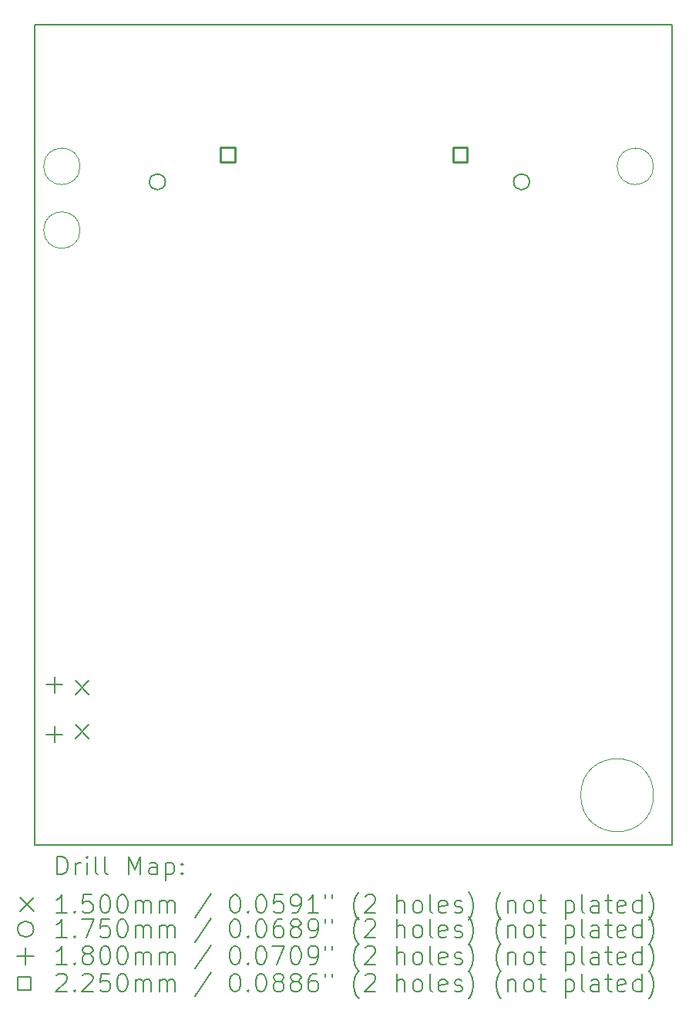
<source format=gbr>
%TF.GenerationSoftware,KiCad,Pcbnew,8.0.1*%
%TF.CreationDate,2024-03-29T08:15:38+01:00*%
%TF.ProjectId,shawazu-gb-dumper,73686177-617a-4752-9d67-622d64756d70,rev?*%
%TF.SameCoordinates,Original*%
%TF.FileFunction,Drillmap*%
%TF.FilePolarity,Positive*%
%FSLAX45Y45*%
G04 Gerber Fmt 4.5, Leading zero omitted, Abs format (unit mm)*
G04 Created by KiCad (PCBNEW 8.0.1) date 2024-03-29 08:15:38*
%MOMM*%
%LPD*%
G01*
G04 APERTURE LIST*
%ADD10C,0.050000*%
%ADD11C,0.200000*%
%ADD12C,0.150000*%
%ADD13C,0.175000*%
%ADD14C,0.180000*%
%ADD15C,0.225000*%
G04 APERTURE END LIST*
D10*
X11000000Y-4000000D02*
G75*
G02*
X10600000Y-4000000I-200000J0D01*
G01*
X10600000Y-4000000D02*
G75*
G02*
X11000000Y-4000000I200000J0D01*
G01*
D11*
X10500000Y-11450000D02*
X17500000Y-11450000D01*
X17500000Y-2450000D02*
X17500000Y-11450000D01*
D10*
X17300000Y-10900000D02*
G75*
G02*
X16500000Y-10900000I-400000J0D01*
G01*
X16500000Y-10900000D02*
G75*
G02*
X17300000Y-10900000I400000J0D01*
G01*
X17300000Y-4000000D02*
G75*
G02*
X16900000Y-4000000I-200000J0D01*
G01*
X16900000Y-4000000D02*
G75*
G02*
X17300000Y-4000000I200000J0D01*
G01*
D11*
X10500000Y-2450000D02*
X10500000Y-11450000D01*
D10*
X11000000Y-4700000D02*
G75*
G02*
X10600000Y-4700000I-200000J0D01*
G01*
X10600000Y-4700000D02*
G75*
G02*
X11000000Y-4700000I200000J0D01*
G01*
D11*
X10500000Y-2450000D02*
X17500000Y-2450000D01*
D12*
X10947000Y-9643500D02*
X11097000Y-9793500D01*
X11097000Y-9643500D02*
X10947000Y-9793500D01*
X10947000Y-10128500D02*
X11097000Y-10278500D01*
X11097000Y-10128500D02*
X10947000Y-10278500D01*
D13*
X11937500Y-4169920D02*
G75*
G02*
X11762500Y-4169920I-87500J0D01*
G01*
X11762500Y-4169920D02*
G75*
G02*
X11937500Y-4169920I87500J0D01*
G01*
X15937500Y-4169920D02*
G75*
G02*
X15762500Y-4169920I-87500J0D01*
G01*
X15762500Y-4169920D02*
G75*
G02*
X15937500Y-4169920I87500J0D01*
G01*
D14*
X10719000Y-9598500D02*
X10719000Y-9778500D01*
X10629000Y-9688500D02*
X10809000Y-9688500D01*
X10719000Y-10143500D02*
X10719000Y-10323500D01*
X10629000Y-10233500D02*
X10809000Y-10233500D01*
D15*
X12704550Y-3949470D02*
X12704550Y-3790370D01*
X12545450Y-3790370D01*
X12545450Y-3949470D01*
X12704550Y-3949470D01*
X15254550Y-3949470D02*
X15254550Y-3790370D01*
X15095450Y-3790370D01*
X15095450Y-3949470D01*
X15254550Y-3949470D01*
D11*
X10750777Y-11771484D02*
X10750777Y-11571484D01*
X10750777Y-11571484D02*
X10798396Y-11571484D01*
X10798396Y-11571484D02*
X10826967Y-11581008D01*
X10826967Y-11581008D02*
X10846015Y-11600055D01*
X10846015Y-11600055D02*
X10855539Y-11619103D01*
X10855539Y-11619103D02*
X10865063Y-11657198D01*
X10865063Y-11657198D02*
X10865063Y-11685769D01*
X10865063Y-11685769D02*
X10855539Y-11723865D01*
X10855539Y-11723865D02*
X10846015Y-11742912D01*
X10846015Y-11742912D02*
X10826967Y-11761960D01*
X10826967Y-11761960D02*
X10798396Y-11771484D01*
X10798396Y-11771484D02*
X10750777Y-11771484D01*
X10950777Y-11771484D02*
X10950777Y-11638150D01*
X10950777Y-11676246D02*
X10960301Y-11657198D01*
X10960301Y-11657198D02*
X10969824Y-11647674D01*
X10969824Y-11647674D02*
X10988872Y-11638150D01*
X10988872Y-11638150D02*
X11007920Y-11638150D01*
X11074586Y-11771484D02*
X11074586Y-11638150D01*
X11074586Y-11571484D02*
X11065063Y-11581008D01*
X11065063Y-11581008D02*
X11074586Y-11590531D01*
X11074586Y-11590531D02*
X11084110Y-11581008D01*
X11084110Y-11581008D02*
X11074586Y-11571484D01*
X11074586Y-11571484D02*
X11074586Y-11590531D01*
X11198396Y-11771484D02*
X11179348Y-11761960D01*
X11179348Y-11761960D02*
X11169824Y-11742912D01*
X11169824Y-11742912D02*
X11169824Y-11571484D01*
X11303158Y-11771484D02*
X11284110Y-11761960D01*
X11284110Y-11761960D02*
X11274586Y-11742912D01*
X11274586Y-11742912D02*
X11274586Y-11571484D01*
X11531729Y-11771484D02*
X11531729Y-11571484D01*
X11531729Y-11571484D02*
X11598396Y-11714341D01*
X11598396Y-11714341D02*
X11665062Y-11571484D01*
X11665062Y-11571484D02*
X11665062Y-11771484D01*
X11846015Y-11771484D02*
X11846015Y-11666722D01*
X11846015Y-11666722D02*
X11836491Y-11647674D01*
X11836491Y-11647674D02*
X11817443Y-11638150D01*
X11817443Y-11638150D02*
X11779348Y-11638150D01*
X11779348Y-11638150D02*
X11760301Y-11647674D01*
X11846015Y-11761960D02*
X11826967Y-11771484D01*
X11826967Y-11771484D02*
X11779348Y-11771484D01*
X11779348Y-11771484D02*
X11760301Y-11761960D01*
X11760301Y-11761960D02*
X11750777Y-11742912D01*
X11750777Y-11742912D02*
X11750777Y-11723865D01*
X11750777Y-11723865D02*
X11760301Y-11704817D01*
X11760301Y-11704817D02*
X11779348Y-11695293D01*
X11779348Y-11695293D02*
X11826967Y-11695293D01*
X11826967Y-11695293D02*
X11846015Y-11685769D01*
X11941253Y-11638150D02*
X11941253Y-11838150D01*
X11941253Y-11647674D02*
X11960301Y-11638150D01*
X11960301Y-11638150D02*
X11998396Y-11638150D01*
X11998396Y-11638150D02*
X12017443Y-11647674D01*
X12017443Y-11647674D02*
X12026967Y-11657198D01*
X12026967Y-11657198D02*
X12036491Y-11676246D01*
X12036491Y-11676246D02*
X12036491Y-11733388D01*
X12036491Y-11733388D02*
X12026967Y-11752436D01*
X12026967Y-11752436D02*
X12017443Y-11761960D01*
X12017443Y-11761960D02*
X11998396Y-11771484D01*
X11998396Y-11771484D02*
X11960301Y-11771484D01*
X11960301Y-11771484D02*
X11941253Y-11761960D01*
X12122205Y-11752436D02*
X12131729Y-11761960D01*
X12131729Y-11761960D02*
X12122205Y-11771484D01*
X12122205Y-11771484D02*
X12112682Y-11761960D01*
X12112682Y-11761960D02*
X12122205Y-11752436D01*
X12122205Y-11752436D02*
X12122205Y-11771484D01*
X12122205Y-11647674D02*
X12131729Y-11657198D01*
X12131729Y-11657198D02*
X12122205Y-11666722D01*
X12122205Y-11666722D02*
X12112682Y-11657198D01*
X12112682Y-11657198D02*
X12122205Y-11647674D01*
X12122205Y-11647674D02*
X12122205Y-11666722D01*
D12*
X10340000Y-12025000D02*
X10490000Y-12175000D01*
X10490000Y-12025000D02*
X10340000Y-12175000D01*
D11*
X10855539Y-12191484D02*
X10741253Y-12191484D01*
X10798396Y-12191484D02*
X10798396Y-11991484D01*
X10798396Y-11991484D02*
X10779348Y-12020055D01*
X10779348Y-12020055D02*
X10760301Y-12039103D01*
X10760301Y-12039103D02*
X10741253Y-12048627D01*
X10941253Y-12172436D02*
X10950777Y-12181960D01*
X10950777Y-12181960D02*
X10941253Y-12191484D01*
X10941253Y-12191484D02*
X10931729Y-12181960D01*
X10931729Y-12181960D02*
X10941253Y-12172436D01*
X10941253Y-12172436D02*
X10941253Y-12191484D01*
X11131729Y-11991484D02*
X11036491Y-11991484D01*
X11036491Y-11991484D02*
X11026967Y-12086722D01*
X11026967Y-12086722D02*
X11036491Y-12077198D01*
X11036491Y-12077198D02*
X11055539Y-12067674D01*
X11055539Y-12067674D02*
X11103158Y-12067674D01*
X11103158Y-12067674D02*
X11122205Y-12077198D01*
X11122205Y-12077198D02*
X11131729Y-12086722D01*
X11131729Y-12086722D02*
X11141253Y-12105769D01*
X11141253Y-12105769D02*
X11141253Y-12153388D01*
X11141253Y-12153388D02*
X11131729Y-12172436D01*
X11131729Y-12172436D02*
X11122205Y-12181960D01*
X11122205Y-12181960D02*
X11103158Y-12191484D01*
X11103158Y-12191484D02*
X11055539Y-12191484D01*
X11055539Y-12191484D02*
X11036491Y-12181960D01*
X11036491Y-12181960D02*
X11026967Y-12172436D01*
X11265062Y-11991484D02*
X11284110Y-11991484D01*
X11284110Y-11991484D02*
X11303158Y-12001008D01*
X11303158Y-12001008D02*
X11312682Y-12010531D01*
X11312682Y-12010531D02*
X11322205Y-12029579D01*
X11322205Y-12029579D02*
X11331729Y-12067674D01*
X11331729Y-12067674D02*
X11331729Y-12115293D01*
X11331729Y-12115293D02*
X11322205Y-12153388D01*
X11322205Y-12153388D02*
X11312682Y-12172436D01*
X11312682Y-12172436D02*
X11303158Y-12181960D01*
X11303158Y-12181960D02*
X11284110Y-12191484D01*
X11284110Y-12191484D02*
X11265062Y-12191484D01*
X11265062Y-12191484D02*
X11246015Y-12181960D01*
X11246015Y-12181960D02*
X11236491Y-12172436D01*
X11236491Y-12172436D02*
X11226967Y-12153388D01*
X11226967Y-12153388D02*
X11217443Y-12115293D01*
X11217443Y-12115293D02*
X11217443Y-12067674D01*
X11217443Y-12067674D02*
X11226967Y-12029579D01*
X11226967Y-12029579D02*
X11236491Y-12010531D01*
X11236491Y-12010531D02*
X11246015Y-12001008D01*
X11246015Y-12001008D02*
X11265062Y-11991484D01*
X11455539Y-11991484D02*
X11474586Y-11991484D01*
X11474586Y-11991484D02*
X11493634Y-12001008D01*
X11493634Y-12001008D02*
X11503158Y-12010531D01*
X11503158Y-12010531D02*
X11512682Y-12029579D01*
X11512682Y-12029579D02*
X11522205Y-12067674D01*
X11522205Y-12067674D02*
X11522205Y-12115293D01*
X11522205Y-12115293D02*
X11512682Y-12153388D01*
X11512682Y-12153388D02*
X11503158Y-12172436D01*
X11503158Y-12172436D02*
X11493634Y-12181960D01*
X11493634Y-12181960D02*
X11474586Y-12191484D01*
X11474586Y-12191484D02*
X11455539Y-12191484D01*
X11455539Y-12191484D02*
X11436491Y-12181960D01*
X11436491Y-12181960D02*
X11426967Y-12172436D01*
X11426967Y-12172436D02*
X11417443Y-12153388D01*
X11417443Y-12153388D02*
X11407920Y-12115293D01*
X11407920Y-12115293D02*
X11407920Y-12067674D01*
X11407920Y-12067674D02*
X11417443Y-12029579D01*
X11417443Y-12029579D02*
X11426967Y-12010531D01*
X11426967Y-12010531D02*
X11436491Y-12001008D01*
X11436491Y-12001008D02*
X11455539Y-11991484D01*
X11607920Y-12191484D02*
X11607920Y-12058150D01*
X11607920Y-12077198D02*
X11617443Y-12067674D01*
X11617443Y-12067674D02*
X11636491Y-12058150D01*
X11636491Y-12058150D02*
X11665063Y-12058150D01*
X11665063Y-12058150D02*
X11684110Y-12067674D01*
X11684110Y-12067674D02*
X11693634Y-12086722D01*
X11693634Y-12086722D02*
X11693634Y-12191484D01*
X11693634Y-12086722D02*
X11703158Y-12067674D01*
X11703158Y-12067674D02*
X11722205Y-12058150D01*
X11722205Y-12058150D02*
X11750777Y-12058150D01*
X11750777Y-12058150D02*
X11769824Y-12067674D01*
X11769824Y-12067674D02*
X11779348Y-12086722D01*
X11779348Y-12086722D02*
X11779348Y-12191484D01*
X11874586Y-12191484D02*
X11874586Y-12058150D01*
X11874586Y-12077198D02*
X11884110Y-12067674D01*
X11884110Y-12067674D02*
X11903158Y-12058150D01*
X11903158Y-12058150D02*
X11931729Y-12058150D01*
X11931729Y-12058150D02*
X11950777Y-12067674D01*
X11950777Y-12067674D02*
X11960301Y-12086722D01*
X11960301Y-12086722D02*
X11960301Y-12191484D01*
X11960301Y-12086722D02*
X11969824Y-12067674D01*
X11969824Y-12067674D02*
X11988872Y-12058150D01*
X11988872Y-12058150D02*
X12017443Y-12058150D01*
X12017443Y-12058150D02*
X12036491Y-12067674D01*
X12036491Y-12067674D02*
X12046015Y-12086722D01*
X12046015Y-12086722D02*
X12046015Y-12191484D01*
X12436491Y-11981960D02*
X12265063Y-12239103D01*
X12693634Y-11991484D02*
X12712682Y-11991484D01*
X12712682Y-11991484D02*
X12731729Y-12001008D01*
X12731729Y-12001008D02*
X12741253Y-12010531D01*
X12741253Y-12010531D02*
X12750777Y-12029579D01*
X12750777Y-12029579D02*
X12760301Y-12067674D01*
X12760301Y-12067674D02*
X12760301Y-12115293D01*
X12760301Y-12115293D02*
X12750777Y-12153388D01*
X12750777Y-12153388D02*
X12741253Y-12172436D01*
X12741253Y-12172436D02*
X12731729Y-12181960D01*
X12731729Y-12181960D02*
X12712682Y-12191484D01*
X12712682Y-12191484D02*
X12693634Y-12191484D01*
X12693634Y-12191484D02*
X12674586Y-12181960D01*
X12674586Y-12181960D02*
X12665063Y-12172436D01*
X12665063Y-12172436D02*
X12655539Y-12153388D01*
X12655539Y-12153388D02*
X12646015Y-12115293D01*
X12646015Y-12115293D02*
X12646015Y-12067674D01*
X12646015Y-12067674D02*
X12655539Y-12029579D01*
X12655539Y-12029579D02*
X12665063Y-12010531D01*
X12665063Y-12010531D02*
X12674586Y-12001008D01*
X12674586Y-12001008D02*
X12693634Y-11991484D01*
X12846015Y-12172436D02*
X12855539Y-12181960D01*
X12855539Y-12181960D02*
X12846015Y-12191484D01*
X12846015Y-12191484D02*
X12836491Y-12181960D01*
X12836491Y-12181960D02*
X12846015Y-12172436D01*
X12846015Y-12172436D02*
X12846015Y-12191484D01*
X12979348Y-11991484D02*
X12998396Y-11991484D01*
X12998396Y-11991484D02*
X13017444Y-12001008D01*
X13017444Y-12001008D02*
X13026967Y-12010531D01*
X13026967Y-12010531D02*
X13036491Y-12029579D01*
X13036491Y-12029579D02*
X13046015Y-12067674D01*
X13046015Y-12067674D02*
X13046015Y-12115293D01*
X13046015Y-12115293D02*
X13036491Y-12153388D01*
X13036491Y-12153388D02*
X13026967Y-12172436D01*
X13026967Y-12172436D02*
X13017444Y-12181960D01*
X13017444Y-12181960D02*
X12998396Y-12191484D01*
X12998396Y-12191484D02*
X12979348Y-12191484D01*
X12979348Y-12191484D02*
X12960301Y-12181960D01*
X12960301Y-12181960D02*
X12950777Y-12172436D01*
X12950777Y-12172436D02*
X12941253Y-12153388D01*
X12941253Y-12153388D02*
X12931729Y-12115293D01*
X12931729Y-12115293D02*
X12931729Y-12067674D01*
X12931729Y-12067674D02*
X12941253Y-12029579D01*
X12941253Y-12029579D02*
X12950777Y-12010531D01*
X12950777Y-12010531D02*
X12960301Y-12001008D01*
X12960301Y-12001008D02*
X12979348Y-11991484D01*
X13226967Y-11991484D02*
X13131729Y-11991484D01*
X13131729Y-11991484D02*
X13122206Y-12086722D01*
X13122206Y-12086722D02*
X13131729Y-12077198D01*
X13131729Y-12077198D02*
X13150777Y-12067674D01*
X13150777Y-12067674D02*
X13198396Y-12067674D01*
X13198396Y-12067674D02*
X13217444Y-12077198D01*
X13217444Y-12077198D02*
X13226967Y-12086722D01*
X13226967Y-12086722D02*
X13236491Y-12105769D01*
X13236491Y-12105769D02*
X13236491Y-12153388D01*
X13236491Y-12153388D02*
X13226967Y-12172436D01*
X13226967Y-12172436D02*
X13217444Y-12181960D01*
X13217444Y-12181960D02*
X13198396Y-12191484D01*
X13198396Y-12191484D02*
X13150777Y-12191484D01*
X13150777Y-12191484D02*
X13131729Y-12181960D01*
X13131729Y-12181960D02*
X13122206Y-12172436D01*
X13331729Y-12191484D02*
X13369825Y-12191484D01*
X13369825Y-12191484D02*
X13388872Y-12181960D01*
X13388872Y-12181960D02*
X13398396Y-12172436D01*
X13398396Y-12172436D02*
X13417444Y-12143865D01*
X13417444Y-12143865D02*
X13426967Y-12105769D01*
X13426967Y-12105769D02*
X13426967Y-12029579D01*
X13426967Y-12029579D02*
X13417444Y-12010531D01*
X13417444Y-12010531D02*
X13407920Y-12001008D01*
X13407920Y-12001008D02*
X13388872Y-11991484D01*
X13388872Y-11991484D02*
X13350777Y-11991484D01*
X13350777Y-11991484D02*
X13331729Y-12001008D01*
X13331729Y-12001008D02*
X13322206Y-12010531D01*
X13322206Y-12010531D02*
X13312682Y-12029579D01*
X13312682Y-12029579D02*
X13312682Y-12077198D01*
X13312682Y-12077198D02*
X13322206Y-12096246D01*
X13322206Y-12096246D02*
X13331729Y-12105769D01*
X13331729Y-12105769D02*
X13350777Y-12115293D01*
X13350777Y-12115293D02*
X13388872Y-12115293D01*
X13388872Y-12115293D02*
X13407920Y-12105769D01*
X13407920Y-12105769D02*
X13417444Y-12096246D01*
X13417444Y-12096246D02*
X13426967Y-12077198D01*
X13617444Y-12191484D02*
X13503158Y-12191484D01*
X13560301Y-12191484D02*
X13560301Y-11991484D01*
X13560301Y-11991484D02*
X13541253Y-12020055D01*
X13541253Y-12020055D02*
X13522206Y-12039103D01*
X13522206Y-12039103D02*
X13503158Y-12048627D01*
X13693634Y-11991484D02*
X13693634Y-12029579D01*
X13769825Y-11991484D02*
X13769825Y-12029579D01*
X14065063Y-12267674D02*
X14055539Y-12258150D01*
X14055539Y-12258150D02*
X14036491Y-12229579D01*
X14036491Y-12229579D02*
X14026968Y-12210531D01*
X14026968Y-12210531D02*
X14017444Y-12181960D01*
X14017444Y-12181960D02*
X14007920Y-12134341D01*
X14007920Y-12134341D02*
X14007920Y-12096246D01*
X14007920Y-12096246D02*
X14017444Y-12048627D01*
X14017444Y-12048627D02*
X14026968Y-12020055D01*
X14026968Y-12020055D02*
X14036491Y-12001008D01*
X14036491Y-12001008D02*
X14055539Y-11972436D01*
X14055539Y-11972436D02*
X14065063Y-11962912D01*
X14131729Y-12010531D02*
X14141253Y-12001008D01*
X14141253Y-12001008D02*
X14160301Y-11991484D01*
X14160301Y-11991484D02*
X14207920Y-11991484D01*
X14207920Y-11991484D02*
X14226968Y-12001008D01*
X14226968Y-12001008D02*
X14236491Y-12010531D01*
X14236491Y-12010531D02*
X14246015Y-12029579D01*
X14246015Y-12029579D02*
X14246015Y-12048627D01*
X14246015Y-12048627D02*
X14236491Y-12077198D01*
X14236491Y-12077198D02*
X14122206Y-12191484D01*
X14122206Y-12191484D02*
X14246015Y-12191484D01*
X14484110Y-12191484D02*
X14484110Y-11991484D01*
X14569825Y-12191484D02*
X14569825Y-12086722D01*
X14569825Y-12086722D02*
X14560301Y-12067674D01*
X14560301Y-12067674D02*
X14541253Y-12058150D01*
X14541253Y-12058150D02*
X14512682Y-12058150D01*
X14512682Y-12058150D02*
X14493634Y-12067674D01*
X14493634Y-12067674D02*
X14484110Y-12077198D01*
X14693634Y-12191484D02*
X14674587Y-12181960D01*
X14674587Y-12181960D02*
X14665063Y-12172436D01*
X14665063Y-12172436D02*
X14655539Y-12153388D01*
X14655539Y-12153388D02*
X14655539Y-12096246D01*
X14655539Y-12096246D02*
X14665063Y-12077198D01*
X14665063Y-12077198D02*
X14674587Y-12067674D01*
X14674587Y-12067674D02*
X14693634Y-12058150D01*
X14693634Y-12058150D02*
X14722206Y-12058150D01*
X14722206Y-12058150D02*
X14741253Y-12067674D01*
X14741253Y-12067674D02*
X14750777Y-12077198D01*
X14750777Y-12077198D02*
X14760301Y-12096246D01*
X14760301Y-12096246D02*
X14760301Y-12153388D01*
X14760301Y-12153388D02*
X14750777Y-12172436D01*
X14750777Y-12172436D02*
X14741253Y-12181960D01*
X14741253Y-12181960D02*
X14722206Y-12191484D01*
X14722206Y-12191484D02*
X14693634Y-12191484D01*
X14874587Y-12191484D02*
X14855539Y-12181960D01*
X14855539Y-12181960D02*
X14846015Y-12162912D01*
X14846015Y-12162912D02*
X14846015Y-11991484D01*
X15026968Y-12181960D02*
X15007920Y-12191484D01*
X15007920Y-12191484D02*
X14969825Y-12191484D01*
X14969825Y-12191484D02*
X14950777Y-12181960D01*
X14950777Y-12181960D02*
X14941253Y-12162912D01*
X14941253Y-12162912D02*
X14941253Y-12086722D01*
X14941253Y-12086722D02*
X14950777Y-12067674D01*
X14950777Y-12067674D02*
X14969825Y-12058150D01*
X14969825Y-12058150D02*
X15007920Y-12058150D01*
X15007920Y-12058150D02*
X15026968Y-12067674D01*
X15026968Y-12067674D02*
X15036491Y-12086722D01*
X15036491Y-12086722D02*
X15036491Y-12105769D01*
X15036491Y-12105769D02*
X14941253Y-12124817D01*
X15112682Y-12181960D02*
X15131730Y-12191484D01*
X15131730Y-12191484D02*
X15169825Y-12191484D01*
X15169825Y-12191484D02*
X15188872Y-12181960D01*
X15188872Y-12181960D02*
X15198396Y-12162912D01*
X15198396Y-12162912D02*
X15198396Y-12153388D01*
X15198396Y-12153388D02*
X15188872Y-12134341D01*
X15188872Y-12134341D02*
X15169825Y-12124817D01*
X15169825Y-12124817D02*
X15141253Y-12124817D01*
X15141253Y-12124817D02*
X15122206Y-12115293D01*
X15122206Y-12115293D02*
X15112682Y-12096246D01*
X15112682Y-12096246D02*
X15112682Y-12086722D01*
X15112682Y-12086722D02*
X15122206Y-12067674D01*
X15122206Y-12067674D02*
X15141253Y-12058150D01*
X15141253Y-12058150D02*
X15169825Y-12058150D01*
X15169825Y-12058150D02*
X15188872Y-12067674D01*
X15265063Y-12267674D02*
X15274587Y-12258150D01*
X15274587Y-12258150D02*
X15293634Y-12229579D01*
X15293634Y-12229579D02*
X15303158Y-12210531D01*
X15303158Y-12210531D02*
X15312682Y-12181960D01*
X15312682Y-12181960D02*
X15322206Y-12134341D01*
X15322206Y-12134341D02*
X15322206Y-12096246D01*
X15322206Y-12096246D02*
X15312682Y-12048627D01*
X15312682Y-12048627D02*
X15303158Y-12020055D01*
X15303158Y-12020055D02*
X15293634Y-12001008D01*
X15293634Y-12001008D02*
X15274587Y-11972436D01*
X15274587Y-11972436D02*
X15265063Y-11962912D01*
X15626968Y-12267674D02*
X15617444Y-12258150D01*
X15617444Y-12258150D02*
X15598396Y-12229579D01*
X15598396Y-12229579D02*
X15588872Y-12210531D01*
X15588872Y-12210531D02*
X15579349Y-12181960D01*
X15579349Y-12181960D02*
X15569825Y-12134341D01*
X15569825Y-12134341D02*
X15569825Y-12096246D01*
X15569825Y-12096246D02*
X15579349Y-12048627D01*
X15579349Y-12048627D02*
X15588872Y-12020055D01*
X15588872Y-12020055D02*
X15598396Y-12001008D01*
X15598396Y-12001008D02*
X15617444Y-11972436D01*
X15617444Y-11972436D02*
X15626968Y-11962912D01*
X15703158Y-12058150D02*
X15703158Y-12191484D01*
X15703158Y-12077198D02*
X15712682Y-12067674D01*
X15712682Y-12067674D02*
X15731730Y-12058150D01*
X15731730Y-12058150D02*
X15760301Y-12058150D01*
X15760301Y-12058150D02*
X15779349Y-12067674D01*
X15779349Y-12067674D02*
X15788872Y-12086722D01*
X15788872Y-12086722D02*
X15788872Y-12191484D01*
X15912682Y-12191484D02*
X15893634Y-12181960D01*
X15893634Y-12181960D02*
X15884111Y-12172436D01*
X15884111Y-12172436D02*
X15874587Y-12153388D01*
X15874587Y-12153388D02*
X15874587Y-12096246D01*
X15874587Y-12096246D02*
X15884111Y-12077198D01*
X15884111Y-12077198D02*
X15893634Y-12067674D01*
X15893634Y-12067674D02*
X15912682Y-12058150D01*
X15912682Y-12058150D02*
X15941253Y-12058150D01*
X15941253Y-12058150D02*
X15960301Y-12067674D01*
X15960301Y-12067674D02*
X15969825Y-12077198D01*
X15969825Y-12077198D02*
X15979349Y-12096246D01*
X15979349Y-12096246D02*
X15979349Y-12153388D01*
X15979349Y-12153388D02*
X15969825Y-12172436D01*
X15969825Y-12172436D02*
X15960301Y-12181960D01*
X15960301Y-12181960D02*
X15941253Y-12191484D01*
X15941253Y-12191484D02*
X15912682Y-12191484D01*
X16036492Y-12058150D02*
X16112682Y-12058150D01*
X16065063Y-11991484D02*
X16065063Y-12162912D01*
X16065063Y-12162912D02*
X16074587Y-12181960D01*
X16074587Y-12181960D02*
X16093634Y-12191484D01*
X16093634Y-12191484D02*
X16112682Y-12191484D01*
X16331730Y-12058150D02*
X16331730Y-12258150D01*
X16331730Y-12067674D02*
X16350777Y-12058150D01*
X16350777Y-12058150D02*
X16388873Y-12058150D01*
X16388873Y-12058150D02*
X16407920Y-12067674D01*
X16407920Y-12067674D02*
X16417444Y-12077198D01*
X16417444Y-12077198D02*
X16426968Y-12096246D01*
X16426968Y-12096246D02*
X16426968Y-12153388D01*
X16426968Y-12153388D02*
X16417444Y-12172436D01*
X16417444Y-12172436D02*
X16407920Y-12181960D01*
X16407920Y-12181960D02*
X16388873Y-12191484D01*
X16388873Y-12191484D02*
X16350777Y-12191484D01*
X16350777Y-12191484D02*
X16331730Y-12181960D01*
X16541253Y-12191484D02*
X16522206Y-12181960D01*
X16522206Y-12181960D02*
X16512682Y-12162912D01*
X16512682Y-12162912D02*
X16512682Y-11991484D01*
X16703158Y-12191484D02*
X16703158Y-12086722D01*
X16703158Y-12086722D02*
X16693634Y-12067674D01*
X16693634Y-12067674D02*
X16674587Y-12058150D01*
X16674587Y-12058150D02*
X16636492Y-12058150D01*
X16636492Y-12058150D02*
X16617444Y-12067674D01*
X16703158Y-12181960D02*
X16684111Y-12191484D01*
X16684111Y-12191484D02*
X16636492Y-12191484D01*
X16636492Y-12191484D02*
X16617444Y-12181960D01*
X16617444Y-12181960D02*
X16607920Y-12162912D01*
X16607920Y-12162912D02*
X16607920Y-12143865D01*
X16607920Y-12143865D02*
X16617444Y-12124817D01*
X16617444Y-12124817D02*
X16636492Y-12115293D01*
X16636492Y-12115293D02*
X16684111Y-12115293D01*
X16684111Y-12115293D02*
X16703158Y-12105769D01*
X16769825Y-12058150D02*
X16846015Y-12058150D01*
X16798396Y-11991484D02*
X16798396Y-12162912D01*
X16798396Y-12162912D02*
X16807920Y-12181960D01*
X16807920Y-12181960D02*
X16826968Y-12191484D01*
X16826968Y-12191484D02*
X16846015Y-12191484D01*
X16988873Y-12181960D02*
X16969825Y-12191484D01*
X16969825Y-12191484D02*
X16931730Y-12191484D01*
X16931730Y-12191484D02*
X16912682Y-12181960D01*
X16912682Y-12181960D02*
X16903158Y-12162912D01*
X16903158Y-12162912D02*
X16903158Y-12086722D01*
X16903158Y-12086722D02*
X16912682Y-12067674D01*
X16912682Y-12067674D02*
X16931730Y-12058150D01*
X16931730Y-12058150D02*
X16969825Y-12058150D01*
X16969825Y-12058150D02*
X16988873Y-12067674D01*
X16988873Y-12067674D02*
X16998396Y-12086722D01*
X16998396Y-12086722D02*
X16998396Y-12105769D01*
X16998396Y-12105769D02*
X16903158Y-12124817D01*
X17169825Y-12191484D02*
X17169825Y-11991484D01*
X17169825Y-12181960D02*
X17150777Y-12191484D01*
X17150777Y-12191484D02*
X17112682Y-12191484D01*
X17112682Y-12191484D02*
X17093635Y-12181960D01*
X17093635Y-12181960D02*
X17084111Y-12172436D01*
X17084111Y-12172436D02*
X17074587Y-12153388D01*
X17074587Y-12153388D02*
X17074587Y-12096246D01*
X17074587Y-12096246D02*
X17084111Y-12077198D01*
X17084111Y-12077198D02*
X17093635Y-12067674D01*
X17093635Y-12067674D02*
X17112682Y-12058150D01*
X17112682Y-12058150D02*
X17150777Y-12058150D01*
X17150777Y-12058150D02*
X17169825Y-12067674D01*
X17246016Y-12267674D02*
X17255539Y-12258150D01*
X17255539Y-12258150D02*
X17274587Y-12229579D01*
X17274587Y-12229579D02*
X17284111Y-12210531D01*
X17284111Y-12210531D02*
X17293635Y-12181960D01*
X17293635Y-12181960D02*
X17303158Y-12134341D01*
X17303158Y-12134341D02*
X17303158Y-12096246D01*
X17303158Y-12096246D02*
X17293635Y-12048627D01*
X17293635Y-12048627D02*
X17284111Y-12020055D01*
X17284111Y-12020055D02*
X17274587Y-12001008D01*
X17274587Y-12001008D02*
X17255539Y-11972436D01*
X17255539Y-11972436D02*
X17246016Y-11962912D01*
D13*
X10490000Y-12370000D02*
G75*
G02*
X10315000Y-12370000I-87500J0D01*
G01*
X10315000Y-12370000D02*
G75*
G02*
X10490000Y-12370000I87500J0D01*
G01*
D11*
X10855539Y-12461484D02*
X10741253Y-12461484D01*
X10798396Y-12461484D02*
X10798396Y-12261484D01*
X10798396Y-12261484D02*
X10779348Y-12290055D01*
X10779348Y-12290055D02*
X10760301Y-12309103D01*
X10760301Y-12309103D02*
X10741253Y-12318627D01*
X10941253Y-12442436D02*
X10950777Y-12451960D01*
X10950777Y-12451960D02*
X10941253Y-12461484D01*
X10941253Y-12461484D02*
X10931729Y-12451960D01*
X10931729Y-12451960D02*
X10941253Y-12442436D01*
X10941253Y-12442436D02*
X10941253Y-12461484D01*
X11017444Y-12261484D02*
X11150777Y-12261484D01*
X11150777Y-12261484D02*
X11065063Y-12461484D01*
X11322205Y-12261484D02*
X11226967Y-12261484D01*
X11226967Y-12261484D02*
X11217443Y-12356722D01*
X11217443Y-12356722D02*
X11226967Y-12347198D01*
X11226967Y-12347198D02*
X11246015Y-12337674D01*
X11246015Y-12337674D02*
X11293634Y-12337674D01*
X11293634Y-12337674D02*
X11312682Y-12347198D01*
X11312682Y-12347198D02*
X11322205Y-12356722D01*
X11322205Y-12356722D02*
X11331729Y-12375769D01*
X11331729Y-12375769D02*
X11331729Y-12423388D01*
X11331729Y-12423388D02*
X11322205Y-12442436D01*
X11322205Y-12442436D02*
X11312682Y-12451960D01*
X11312682Y-12451960D02*
X11293634Y-12461484D01*
X11293634Y-12461484D02*
X11246015Y-12461484D01*
X11246015Y-12461484D02*
X11226967Y-12451960D01*
X11226967Y-12451960D02*
X11217443Y-12442436D01*
X11455539Y-12261484D02*
X11474586Y-12261484D01*
X11474586Y-12261484D02*
X11493634Y-12271008D01*
X11493634Y-12271008D02*
X11503158Y-12280531D01*
X11503158Y-12280531D02*
X11512682Y-12299579D01*
X11512682Y-12299579D02*
X11522205Y-12337674D01*
X11522205Y-12337674D02*
X11522205Y-12385293D01*
X11522205Y-12385293D02*
X11512682Y-12423388D01*
X11512682Y-12423388D02*
X11503158Y-12442436D01*
X11503158Y-12442436D02*
X11493634Y-12451960D01*
X11493634Y-12451960D02*
X11474586Y-12461484D01*
X11474586Y-12461484D02*
X11455539Y-12461484D01*
X11455539Y-12461484D02*
X11436491Y-12451960D01*
X11436491Y-12451960D02*
X11426967Y-12442436D01*
X11426967Y-12442436D02*
X11417443Y-12423388D01*
X11417443Y-12423388D02*
X11407920Y-12385293D01*
X11407920Y-12385293D02*
X11407920Y-12337674D01*
X11407920Y-12337674D02*
X11417443Y-12299579D01*
X11417443Y-12299579D02*
X11426967Y-12280531D01*
X11426967Y-12280531D02*
X11436491Y-12271008D01*
X11436491Y-12271008D02*
X11455539Y-12261484D01*
X11607920Y-12461484D02*
X11607920Y-12328150D01*
X11607920Y-12347198D02*
X11617443Y-12337674D01*
X11617443Y-12337674D02*
X11636491Y-12328150D01*
X11636491Y-12328150D02*
X11665063Y-12328150D01*
X11665063Y-12328150D02*
X11684110Y-12337674D01*
X11684110Y-12337674D02*
X11693634Y-12356722D01*
X11693634Y-12356722D02*
X11693634Y-12461484D01*
X11693634Y-12356722D02*
X11703158Y-12337674D01*
X11703158Y-12337674D02*
X11722205Y-12328150D01*
X11722205Y-12328150D02*
X11750777Y-12328150D01*
X11750777Y-12328150D02*
X11769824Y-12337674D01*
X11769824Y-12337674D02*
X11779348Y-12356722D01*
X11779348Y-12356722D02*
X11779348Y-12461484D01*
X11874586Y-12461484D02*
X11874586Y-12328150D01*
X11874586Y-12347198D02*
X11884110Y-12337674D01*
X11884110Y-12337674D02*
X11903158Y-12328150D01*
X11903158Y-12328150D02*
X11931729Y-12328150D01*
X11931729Y-12328150D02*
X11950777Y-12337674D01*
X11950777Y-12337674D02*
X11960301Y-12356722D01*
X11960301Y-12356722D02*
X11960301Y-12461484D01*
X11960301Y-12356722D02*
X11969824Y-12337674D01*
X11969824Y-12337674D02*
X11988872Y-12328150D01*
X11988872Y-12328150D02*
X12017443Y-12328150D01*
X12017443Y-12328150D02*
X12036491Y-12337674D01*
X12036491Y-12337674D02*
X12046015Y-12356722D01*
X12046015Y-12356722D02*
X12046015Y-12461484D01*
X12436491Y-12251960D02*
X12265063Y-12509103D01*
X12693634Y-12261484D02*
X12712682Y-12261484D01*
X12712682Y-12261484D02*
X12731729Y-12271008D01*
X12731729Y-12271008D02*
X12741253Y-12280531D01*
X12741253Y-12280531D02*
X12750777Y-12299579D01*
X12750777Y-12299579D02*
X12760301Y-12337674D01*
X12760301Y-12337674D02*
X12760301Y-12385293D01*
X12760301Y-12385293D02*
X12750777Y-12423388D01*
X12750777Y-12423388D02*
X12741253Y-12442436D01*
X12741253Y-12442436D02*
X12731729Y-12451960D01*
X12731729Y-12451960D02*
X12712682Y-12461484D01*
X12712682Y-12461484D02*
X12693634Y-12461484D01*
X12693634Y-12461484D02*
X12674586Y-12451960D01*
X12674586Y-12451960D02*
X12665063Y-12442436D01*
X12665063Y-12442436D02*
X12655539Y-12423388D01*
X12655539Y-12423388D02*
X12646015Y-12385293D01*
X12646015Y-12385293D02*
X12646015Y-12337674D01*
X12646015Y-12337674D02*
X12655539Y-12299579D01*
X12655539Y-12299579D02*
X12665063Y-12280531D01*
X12665063Y-12280531D02*
X12674586Y-12271008D01*
X12674586Y-12271008D02*
X12693634Y-12261484D01*
X12846015Y-12442436D02*
X12855539Y-12451960D01*
X12855539Y-12451960D02*
X12846015Y-12461484D01*
X12846015Y-12461484D02*
X12836491Y-12451960D01*
X12836491Y-12451960D02*
X12846015Y-12442436D01*
X12846015Y-12442436D02*
X12846015Y-12461484D01*
X12979348Y-12261484D02*
X12998396Y-12261484D01*
X12998396Y-12261484D02*
X13017444Y-12271008D01*
X13017444Y-12271008D02*
X13026967Y-12280531D01*
X13026967Y-12280531D02*
X13036491Y-12299579D01*
X13036491Y-12299579D02*
X13046015Y-12337674D01*
X13046015Y-12337674D02*
X13046015Y-12385293D01*
X13046015Y-12385293D02*
X13036491Y-12423388D01*
X13036491Y-12423388D02*
X13026967Y-12442436D01*
X13026967Y-12442436D02*
X13017444Y-12451960D01*
X13017444Y-12451960D02*
X12998396Y-12461484D01*
X12998396Y-12461484D02*
X12979348Y-12461484D01*
X12979348Y-12461484D02*
X12960301Y-12451960D01*
X12960301Y-12451960D02*
X12950777Y-12442436D01*
X12950777Y-12442436D02*
X12941253Y-12423388D01*
X12941253Y-12423388D02*
X12931729Y-12385293D01*
X12931729Y-12385293D02*
X12931729Y-12337674D01*
X12931729Y-12337674D02*
X12941253Y-12299579D01*
X12941253Y-12299579D02*
X12950777Y-12280531D01*
X12950777Y-12280531D02*
X12960301Y-12271008D01*
X12960301Y-12271008D02*
X12979348Y-12261484D01*
X13217444Y-12261484D02*
X13179348Y-12261484D01*
X13179348Y-12261484D02*
X13160301Y-12271008D01*
X13160301Y-12271008D02*
X13150777Y-12280531D01*
X13150777Y-12280531D02*
X13131729Y-12309103D01*
X13131729Y-12309103D02*
X13122206Y-12347198D01*
X13122206Y-12347198D02*
X13122206Y-12423388D01*
X13122206Y-12423388D02*
X13131729Y-12442436D01*
X13131729Y-12442436D02*
X13141253Y-12451960D01*
X13141253Y-12451960D02*
X13160301Y-12461484D01*
X13160301Y-12461484D02*
X13198396Y-12461484D01*
X13198396Y-12461484D02*
X13217444Y-12451960D01*
X13217444Y-12451960D02*
X13226967Y-12442436D01*
X13226967Y-12442436D02*
X13236491Y-12423388D01*
X13236491Y-12423388D02*
X13236491Y-12375769D01*
X13236491Y-12375769D02*
X13226967Y-12356722D01*
X13226967Y-12356722D02*
X13217444Y-12347198D01*
X13217444Y-12347198D02*
X13198396Y-12337674D01*
X13198396Y-12337674D02*
X13160301Y-12337674D01*
X13160301Y-12337674D02*
X13141253Y-12347198D01*
X13141253Y-12347198D02*
X13131729Y-12356722D01*
X13131729Y-12356722D02*
X13122206Y-12375769D01*
X13350777Y-12347198D02*
X13331729Y-12337674D01*
X13331729Y-12337674D02*
X13322206Y-12328150D01*
X13322206Y-12328150D02*
X13312682Y-12309103D01*
X13312682Y-12309103D02*
X13312682Y-12299579D01*
X13312682Y-12299579D02*
X13322206Y-12280531D01*
X13322206Y-12280531D02*
X13331729Y-12271008D01*
X13331729Y-12271008D02*
X13350777Y-12261484D01*
X13350777Y-12261484D02*
X13388872Y-12261484D01*
X13388872Y-12261484D02*
X13407920Y-12271008D01*
X13407920Y-12271008D02*
X13417444Y-12280531D01*
X13417444Y-12280531D02*
X13426967Y-12299579D01*
X13426967Y-12299579D02*
X13426967Y-12309103D01*
X13426967Y-12309103D02*
X13417444Y-12328150D01*
X13417444Y-12328150D02*
X13407920Y-12337674D01*
X13407920Y-12337674D02*
X13388872Y-12347198D01*
X13388872Y-12347198D02*
X13350777Y-12347198D01*
X13350777Y-12347198D02*
X13331729Y-12356722D01*
X13331729Y-12356722D02*
X13322206Y-12366246D01*
X13322206Y-12366246D02*
X13312682Y-12385293D01*
X13312682Y-12385293D02*
X13312682Y-12423388D01*
X13312682Y-12423388D02*
X13322206Y-12442436D01*
X13322206Y-12442436D02*
X13331729Y-12451960D01*
X13331729Y-12451960D02*
X13350777Y-12461484D01*
X13350777Y-12461484D02*
X13388872Y-12461484D01*
X13388872Y-12461484D02*
X13407920Y-12451960D01*
X13407920Y-12451960D02*
X13417444Y-12442436D01*
X13417444Y-12442436D02*
X13426967Y-12423388D01*
X13426967Y-12423388D02*
X13426967Y-12385293D01*
X13426967Y-12385293D02*
X13417444Y-12366246D01*
X13417444Y-12366246D02*
X13407920Y-12356722D01*
X13407920Y-12356722D02*
X13388872Y-12347198D01*
X13522206Y-12461484D02*
X13560301Y-12461484D01*
X13560301Y-12461484D02*
X13579348Y-12451960D01*
X13579348Y-12451960D02*
X13588872Y-12442436D01*
X13588872Y-12442436D02*
X13607920Y-12413865D01*
X13607920Y-12413865D02*
X13617444Y-12375769D01*
X13617444Y-12375769D02*
X13617444Y-12299579D01*
X13617444Y-12299579D02*
X13607920Y-12280531D01*
X13607920Y-12280531D02*
X13598396Y-12271008D01*
X13598396Y-12271008D02*
X13579348Y-12261484D01*
X13579348Y-12261484D02*
X13541253Y-12261484D01*
X13541253Y-12261484D02*
X13522206Y-12271008D01*
X13522206Y-12271008D02*
X13512682Y-12280531D01*
X13512682Y-12280531D02*
X13503158Y-12299579D01*
X13503158Y-12299579D02*
X13503158Y-12347198D01*
X13503158Y-12347198D02*
X13512682Y-12366246D01*
X13512682Y-12366246D02*
X13522206Y-12375769D01*
X13522206Y-12375769D02*
X13541253Y-12385293D01*
X13541253Y-12385293D02*
X13579348Y-12385293D01*
X13579348Y-12385293D02*
X13598396Y-12375769D01*
X13598396Y-12375769D02*
X13607920Y-12366246D01*
X13607920Y-12366246D02*
X13617444Y-12347198D01*
X13693634Y-12261484D02*
X13693634Y-12299579D01*
X13769825Y-12261484D02*
X13769825Y-12299579D01*
X14065063Y-12537674D02*
X14055539Y-12528150D01*
X14055539Y-12528150D02*
X14036491Y-12499579D01*
X14036491Y-12499579D02*
X14026968Y-12480531D01*
X14026968Y-12480531D02*
X14017444Y-12451960D01*
X14017444Y-12451960D02*
X14007920Y-12404341D01*
X14007920Y-12404341D02*
X14007920Y-12366246D01*
X14007920Y-12366246D02*
X14017444Y-12318627D01*
X14017444Y-12318627D02*
X14026968Y-12290055D01*
X14026968Y-12290055D02*
X14036491Y-12271008D01*
X14036491Y-12271008D02*
X14055539Y-12242436D01*
X14055539Y-12242436D02*
X14065063Y-12232912D01*
X14131729Y-12280531D02*
X14141253Y-12271008D01*
X14141253Y-12271008D02*
X14160301Y-12261484D01*
X14160301Y-12261484D02*
X14207920Y-12261484D01*
X14207920Y-12261484D02*
X14226968Y-12271008D01*
X14226968Y-12271008D02*
X14236491Y-12280531D01*
X14236491Y-12280531D02*
X14246015Y-12299579D01*
X14246015Y-12299579D02*
X14246015Y-12318627D01*
X14246015Y-12318627D02*
X14236491Y-12347198D01*
X14236491Y-12347198D02*
X14122206Y-12461484D01*
X14122206Y-12461484D02*
X14246015Y-12461484D01*
X14484110Y-12461484D02*
X14484110Y-12261484D01*
X14569825Y-12461484D02*
X14569825Y-12356722D01*
X14569825Y-12356722D02*
X14560301Y-12337674D01*
X14560301Y-12337674D02*
X14541253Y-12328150D01*
X14541253Y-12328150D02*
X14512682Y-12328150D01*
X14512682Y-12328150D02*
X14493634Y-12337674D01*
X14493634Y-12337674D02*
X14484110Y-12347198D01*
X14693634Y-12461484D02*
X14674587Y-12451960D01*
X14674587Y-12451960D02*
X14665063Y-12442436D01*
X14665063Y-12442436D02*
X14655539Y-12423388D01*
X14655539Y-12423388D02*
X14655539Y-12366246D01*
X14655539Y-12366246D02*
X14665063Y-12347198D01*
X14665063Y-12347198D02*
X14674587Y-12337674D01*
X14674587Y-12337674D02*
X14693634Y-12328150D01*
X14693634Y-12328150D02*
X14722206Y-12328150D01*
X14722206Y-12328150D02*
X14741253Y-12337674D01*
X14741253Y-12337674D02*
X14750777Y-12347198D01*
X14750777Y-12347198D02*
X14760301Y-12366246D01*
X14760301Y-12366246D02*
X14760301Y-12423388D01*
X14760301Y-12423388D02*
X14750777Y-12442436D01*
X14750777Y-12442436D02*
X14741253Y-12451960D01*
X14741253Y-12451960D02*
X14722206Y-12461484D01*
X14722206Y-12461484D02*
X14693634Y-12461484D01*
X14874587Y-12461484D02*
X14855539Y-12451960D01*
X14855539Y-12451960D02*
X14846015Y-12432912D01*
X14846015Y-12432912D02*
X14846015Y-12261484D01*
X15026968Y-12451960D02*
X15007920Y-12461484D01*
X15007920Y-12461484D02*
X14969825Y-12461484D01*
X14969825Y-12461484D02*
X14950777Y-12451960D01*
X14950777Y-12451960D02*
X14941253Y-12432912D01*
X14941253Y-12432912D02*
X14941253Y-12356722D01*
X14941253Y-12356722D02*
X14950777Y-12337674D01*
X14950777Y-12337674D02*
X14969825Y-12328150D01*
X14969825Y-12328150D02*
X15007920Y-12328150D01*
X15007920Y-12328150D02*
X15026968Y-12337674D01*
X15026968Y-12337674D02*
X15036491Y-12356722D01*
X15036491Y-12356722D02*
X15036491Y-12375769D01*
X15036491Y-12375769D02*
X14941253Y-12394817D01*
X15112682Y-12451960D02*
X15131730Y-12461484D01*
X15131730Y-12461484D02*
X15169825Y-12461484D01*
X15169825Y-12461484D02*
X15188872Y-12451960D01*
X15188872Y-12451960D02*
X15198396Y-12432912D01*
X15198396Y-12432912D02*
X15198396Y-12423388D01*
X15198396Y-12423388D02*
X15188872Y-12404341D01*
X15188872Y-12404341D02*
X15169825Y-12394817D01*
X15169825Y-12394817D02*
X15141253Y-12394817D01*
X15141253Y-12394817D02*
X15122206Y-12385293D01*
X15122206Y-12385293D02*
X15112682Y-12366246D01*
X15112682Y-12366246D02*
X15112682Y-12356722D01*
X15112682Y-12356722D02*
X15122206Y-12337674D01*
X15122206Y-12337674D02*
X15141253Y-12328150D01*
X15141253Y-12328150D02*
X15169825Y-12328150D01*
X15169825Y-12328150D02*
X15188872Y-12337674D01*
X15265063Y-12537674D02*
X15274587Y-12528150D01*
X15274587Y-12528150D02*
X15293634Y-12499579D01*
X15293634Y-12499579D02*
X15303158Y-12480531D01*
X15303158Y-12480531D02*
X15312682Y-12451960D01*
X15312682Y-12451960D02*
X15322206Y-12404341D01*
X15322206Y-12404341D02*
X15322206Y-12366246D01*
X15322206Y-12366246D02*
X15312682Y-12318627D01*
X15312682Y-12318627D02*
X15303158Y-12290055D01*
X15303158Y-12290055D02*
X15293634Y-12271008D01*
X15293634Y-12271008D02*
X15274587Y-12242436D01*
X15274587Y-12242436D02*
X15265063Y-12232912D01*
X15626968Y-12537674D02*
X15617444Y-12528150D01*
X15617444Y-12528150D02*
X15598396Y-12499579D01*
X15598396Y-12499579D02*
X15588872Y-12480531D01*
X15588872Y-12480531D02*
X15579349Y-12451960D01*
X15579349Y-12451960D02*
X15569825Y-12404341D01*
X15569825Y-12404341D02*
X15569825Y-12366246D01*
X15569825Y-12366246D02*
X15579349Y-12318627D01*
X15579349Y-12318627D02*
X15588872Y-12290055D01*
X15588872Y-12290055D02*
X15598396Y-12271008D01*
X15598396Y-12271008D02*
X15617444Y-12242436D01*
X15617444Y-12242436D02*
X15626968Y-12232912D01*
X15703158Y-12328150D02*
X15703158Y-12461484D01*
X15703158Y-12347198D02*
X15712682Y-12337674D01*
X15712682Y-12337674D02*
X15731730Y-12328150D01*
X15731730Y-12328150D02*
X15760301Y-12328150D01*
X15760301Y-12328150D02*
X15779349Y-12337674D01*
X15779349Y-12337674D02*
X15788872Y-12356722D01*
X15788872Y-12356722D02*
X15788872Y-12461484D01*
X15912682Y-12461484D02*
X15893634Y-12451960D01*
X15893634Y-12451960D02*
X15884111Y-12442436D01*
X15884111Y-12442436D02*
X15874587Y-12423388D01*
X15874587Y-12423388D02*
X15874587Y-12366246D01*
X15874587Y-12366246D02*
X15884111Y-12347198D01*
X15884111Y-12347198D02*
X15893634Y-12337674D01*
X15893634Y-12337674D02*
X15912682Y-12328150D01*
X15912682Y-12328150D02*
X15941253Y-12328150D01*
X15941253Y-12328150D02*
X15960301Y-12337674D01*
X15960301Y-12337674D02*
X15969825Y-12347198D01*
X15969825Y-12347198D02*
X15979349Y-12366246D01*
X15979349Y-12366246D02*
X15979349Y-12423388D01*
X15979349Y-12423388D02*
X15969825Y-12442436D01*
X15969825Y-12442436D02*
X15960301Y-12451960D01*
X15960301Y-12451960D02*
X15941253Y-12461484D01*
X15941253Y-12461484D02*
X15912682Y-12461484D01*
X16036492Y-12328150D02*
X16112682Y-12328150D01*
X16065063Y-12261484D02*
X16065063Y-12432912D01*
X16065063Y-12432912D02*
X16074587Y-12451960D01*
X16074587Y-12451960D02*
X16093634Y-12461484D01*
X16093634Y-12461484D02*
X16112682Y-12461484D01*
X16331730Y-12328150D02*
X16331730Y-12528150D01*
X16331730Y-12337674D02*
X16350777Y-12328150D01*
X16350777Y-12328150D02*
X16388873Y-12328150D01*
X16388873Y-12328150D02*
X16407920Y-12337674D01*
X16407920Y-12337674D02*
X16417444Y-12347198D01*
X16417444Y-12347198D02*
X16426968Y-12366246D01*
X16426968Y-12366246D02*
X16426968Y-12423388D01*
X16426968Y-12423388D02*
X16417444Y-12442436D01*
X16417444Y-12442436D02*
X16407920Y-12451960D01*
X16407920Y-12451960D02*
X16388873Y-12461484D01*
X16388873Y-12461484D02*
X16350777Y-12461484D01*
X16350777Y-12461484D02*
X16331730Y-12451960D01*
X16541253Y-12461484D02*
X16522206Y-12451960D01*
X16522206Y-12451960D02*
X16512682Y-12432912D01*
X16512682Y-12432912D02*
X16512682Y-12261484D01*
X16703158Y-12461484D02*
X16703158Y-12356722D01*
X16703158Y-12356722D02*
X16693634Y-12337674D01*
X16693634Y-12337674D02*
X16674587Y-12328150D01*
X16674587Y-12328150D02*
X16636492Y-12328150D01*
X16636492Y-12328150D02*
X16617444Y-12337674D01*
X16703158Y-12451960D02*
X16684111Y-12461484D01*
X16684111Y-12461484D02*
X16636492Y-12461484D01*
X16636492Y-12461484D02*
X16617444Y-12451960D01*
X16617444Y-12451960D02*
X16607920Y-12432912D01*
X16607920Y-12432912D02*
X16607920Y-12413865D01*
X16607920Y-12413865D02*
X16617444Y-12394817D01*
X16617444Y-12394817D02*
X16636492Y-12385293D01*
X16636492Y-12385293D02*
X16684111Y-12385293D01*
X16684111Y-12385293D02*
X16703158Y-12375769D01*
X16769825Y-12328150D02*
X16846015Y-12328150D01*
X16798396Y-12261484D02*
X16798396Y-12432912D01*
X16798396Y-12432912D02*
X16807920Y-12451960D01*
X16807920Y-12451960D02*
X16826968Y-12461484D01*
X16826968Y-12461484D02*
X16846015Y-12461484D01*
X16988873Y-12451960D02*
X16969825Y-12461484D01*
X16969825Y-12461484D02*
X16931730Y-12461484D01*
X16931730Y-12461484D02*
X16912682Y-12451960D01*
X16912682Y-12451960D02*
X16903158Y-12432912D01*
X16903158Y-12432912D02*
X16903158Y-12356722D01*
X16903158Y-12356722D02*
X16912682Y-12337674D01*
X16912682Y-12337674D02*
X16931730Y-12328150D01*
X16931730Y-12328150D02*
X16969825Y-12328150D01*
X16969825Y-12328150D02*
X16988873Y-12337674D01*
X16988873Y-12337674D02*
X16998396Y-12356722D01*
X16998396Y-12356722D02*
X16998396Y-12375769D01*
X16998396Y-12375769D02*
X16903158Y-12394817D01*
X17169825Y-12461484D02*
X17169825Y-12261484D01*
X17169825Y-12451960D02*
X17150777Y-12461484D01*
X17150777Y-12461484D02*
X17112682Y-12461484D01*
X17112682Y-12461484D02*
X17093635Y-12451960D01*
X17093635Y-12451960D02*
X17084111Y-12442436D01*
X17084111Y-12442436D02*
X17074587Y-12423388D01*
X17074587Y-12423388D02*
X17074587Y-12366246D01*
X17074587Y-12366246D02*
X17084111Y-12347198D01*
X17084111Y-12347198D02*
X17093635Y-12337674D01*
X17093635Y-12337674D02*
X17112682Y-12328150D01*
X17112682Y-12328150D02*
X17150777Y-12328150D01*
X17150777Y-12328150D02*
X17169825Y-12337674D01*
X17246016Y-12537674D02*
X17255539Y-12528150D01*
X17255539Y-12528150D02*
X17274587Y-12499579D01*
X17274587Y-12499579D02*
X17284111Y-12480531D01*
X17284111Y-12480531D02*
X17293635Y-12451960D01*
X17293635Y-12451960D02*
X17303158Y-12404341D01*
X17303158Y-12404341D02*
X17303158Y-12366246D01*
X17303158Y-12366246D02*
X17293635Y-12318627D01*
X17293635Y-12318627D02*
X17284111Y-12290055D01*
X17284111Y-12290055D02*
X17274587Y-12271008D01*
X17274587Y-12271008D02*
X17255539Y-12242436D01*
X17255539Y-12242436D02*
X17246016Y-12232912D01*
D14*
X10400000Y-12575000D02*
X10400000Y-12755000D01*
X10310000Y-12665000D02*
X10490000Y-12665000D01*
D11*
X10855539Y-12756484D02*
X10741253Y-12756484D01*
X10798396Y-12756484D02*
X10798396Y-12556484D01*
X10798396Y-12556484D02*
X10779348Y-12585055D01*
X10779348Y-12585055D02*
X10760301Y-12604103D01*
X10760301Y-12604103D02*
X10741253Y-12613627D01*
X10941253Y-12737436D02*
X10950777Y-12746960D01*
X10950777Y-12746960D02*
X10941253Y-12756484D01*
X10941253Y-12756484D02*
X10931729Y-12746960D01*
X10931729Y-12746960D02*
X10941253Y-12737436D01*
X10941253Y-12737436D02*
X10941253Y-12756484D01*
X11065063Y-12642198D02*
X11046015Y-12632674D01*
X11046015Y-12632674D02*
X11036491Y-12623150D01*
X11036491Y-12623150D02*
X11026967Y-12604103D01*
X11026967Y-12604103D02*
X11026967Y-12594579D01*
X11026967Y-12594579D02*
X11036491Y-12575531D01*
X11036491Y-12575531D02*
X11046015Y-12566008D01*
X11046015Y-12566008D02*
X11065063Y-12556484D01*
X11065063Y-12556484D02*
X11103158Y-12556484D01*
X11103158Y-12556484D02*
X11122205Y-12566008D01*
X11122205Y-12566008D02*
X11131729Y-12575531D01*
X11131729Y-12575531D02*
X11141253Y-12594579D01*
X11141253Y-12594579D02*
X11141253Y-12604103D01*
X11141253Y-12604103D02*
X11131729Y-12623150D01*
X11131729Y-12623150D02*
X11122205Y-12632674D01*
X11122205Y-12632674D02*
X11103158Y-12642198D01*
X11103158Y-12642198D02*
X11065063Y-12642198D01*
X11065063Y-12642198D02*
X11046015Y-12651722D01*
X11046015Y-12651722D02*
X11036491Y-12661246D01*
X11036491Y-12661246D02*
X11026967Y-12680293D01*
X11026967Y-12680293D02*
X11026967Y-12718388D01*
X11026967Y-12718388D02*
X11036491Y-12737436D01*
X11036491Y-12737436D02*
X11046015Y-12746960D01*
X11046015Y-12746960D02*
X11065063Y-12756484D01*
X11065063Y-12756484D02*
X11103158Y-12756484D01*
X11103158Y-12756484D02*
X11122205Y-12746960D01*
X11122205Y-12746960D02*
X11131729Y-12737436D01*
X11131729Y-12737436D02*
X11141253Y-12718388D01*
X11141253Y-12718388D02*
X11141253Y-12680293D01*
X11141253Y-12680293D02*
X11131729Y-12661246D01*
X11131729Y-12661246D02*
X11122205Y-12651722D01*
X11122205Y-12651722D02*
X11103158Y-12642198D01*
X11265062Y-12556484D02*
X11284110Y-12556484D01*
X11284110Y-12556484D02*
X11303158Y-12566008D01*
X11303158Y-12566008D02*
X11312682Y-12575531D01*
X11312682Y-12575531D02*
X11322205Y-12594579D01*
X11322205Y-12594579D02*
X11331729Y-12632674D01*
X11331729Y-12632674D02*
X11331729Y-12680293D01*
X11331729Y-12680293D02*
X11322205Y-12718388D01*
X11322205Y-12718388D02*
X11312682Y-12737436D01*
X11312682Y-12737436D02*
X11303158Y-12746960D01*
X11303158Y-12746960D02*
X11284110Y-12756484D01*
X11284110Y-12756484D02*
X11265062Y-12756484D01*
X11265062Y-12756484D02*
X11246015Y-12746960D01*
X11246015Y-12746960D02*
X11236491Y-12737436D01*
X11236491Y-12737436D02*
X11226967Y-12718388D01*
X11226967Y-12718388D02*
X11217443Y-12680293D01*
X11217443Y-12680293D02*
X11217443Y-12632674D01*
X11217443Y-12632674D02*
X11226967Y-12594579D01*
X11226967Y-12594579D02*
X11236491Y-12575531D01*
X11236491Y-12575531D02*
X11246015Y-12566008D01*
X11246015Y-12566008D02*
X11265062Y-12556484D01*
X11455539Y-12556484D02*
X11474586Y-12556484D01*
X11474586Y-12556484D02*
X11493634Y-12566008D01*
X11493634Y-12566008D02*
X11503158Y-12575531D01*
X11503158Y-12575531D02*
X11512682Y-12594579D01*
X11512682Y-12594579D02*
X11522205Y-12632674D01*
X11522205Y-12632674D02*
X11522205Y-12680293D01*
X11522205Y-12680293D02*
X11512682Y-12718388D01*
X11512682Y-12718388D02*
X11503158Y-12737436D01*
X11503158Y-12737436D02*
X11493634Y-12746960D01*
X11493634Y-12746960D02*
X11474586Y-12756484D01*
X11474586Y-12756484D02*
X11455539Y-12756484D01*
X11455539Y-12756484D02*
X11436491Y-12746960D01*
X11436491Y-12746960D02*
X11426967Y-12737436D01*
X11426967Y-12737436D02*
X11417443Y-12718388D01*
X11417443Y-12718388D02*
X11407920Y-12680293D01*
X11407920Y-12680293D02*
X11407920Y-12632674D01*
X11407920Y-12632674D02*
X11417443Y-12594579D01*
X11417443Y-12594579D02*
X11426967Y-12575531D01*
X11426967Y-12575531D02*
X11436491Y-12566008D01*
X11436491Y-12566008D02*
X11455539Y-12556484D01*
X11607920Y-12756484D02*
X11607920Y-12623150D01*
X11607920Y-12642198D02*
X11617443Y-12632674D01*
X11617443Y-12632674D02*
X11636491Y-12623150D01*
X11636491Y-12623150D02*
X11665063Y-12623150D01*
X11665063Y-12623150D02*
X11684110Y-12632674D01*
X11684110Y-12632674D02*
X11693634Y-12651722D01*
X11693634Y-12651722D02*
X11693634Y-12756484D01*
X11693634Y-12651722D02*
X11703158Y-12632674D01*
X11703158Y-12632674D02*
X11722205Y-12623150D01*
X11722205Y-12623150D02*
X11750777Y-12623150D01*
X11750777Y-12623150D02*
X11769824Y-12632674D01*
X11769824Y-12632674D02*
X11779348Y-12651722D01*
X11779348Y-12651722D02*
X11779348Y-12756484D01*
X11874586Y-12756484D02*
X11874586Y-12623150D01*
X11874586Y-12642198D02*
X11884110Y-12632674D01*
X11884110Y-12632674D02*
X11903158Y-12623150D01*
X11903158Y-12623150D02*
X11931729Y-12623150D01*
X11931729Y-12623150D02*
X11950777Y-12632674D01*
X11950777Y-12632674D02*
X11960301Y-12651722D01*
X11960301Y-12651722D02*
X11960301Y-12756484D01*
X11960301Y-12651722D02*
X11969824Y-12632674D01*
X11969824Y-12632674D02*
X11988872Y-12623150D01*
X11988872Y-12623150D02*
X12017443Y-12623150D01*
X12017443Y-12623150D02*
X12036491Y-12632674D01*
X12036491Y-12632674D02*
X12046015Y-12651722D01*
X12046015Y-12651722D02*
X12046015Y-12756484D01*
X12436491Y-12546960D02*
X12265063Y-12804103D01*
X12693634Y-12556484D02*
X12712682Y-12556484D01*
X12712682Y-12556484D02*
X12731729Y-12566008D01*
X12731729Y-12566008D02*
X12741253Y-12575531D01*
X12741253Y-12575531D02*
X12750777Y-12594579D01*
X12750777Y-12594579D02*
X12760301Y-12632674D01*
X12760301Y-12632674D02*
X12760301Y-12680293D01*
X12760301Y-12680293D02*
X12750777Y-12718388D01*
X12750777Y-12718388D02*
X12741253Y-12737436D01*
X12741253Y-12737436D02*
X12731729Y-12746960D01*
X12731729Y-12746960D02*
X12712682Y-12756484D01*
X12712682Y-12756484D02*
X12693634Y-12756484D01*
X12693634Y-12756484D02*
X12674586Y-12746960D01*
X12674586Y-12746960D02*
X12665063Y-12737436D01*
X12665063Y-12737436D02*
X12655539Y-12718388D01*
X12655539Y-12718388D02*
X12646015Y-12680293D01*
X12646015Y-12680293D02*
X12646015Y-12632674D01*
X12646015Y-12632674D02*
X12655539Y-12594579D01*
X12655539Y-12594579D02*
X12665063Y-12575531D01*
X12665063Y-12575531D02*
X12674586Y-12566008D01*
X12674586Y-12566008D02*
X12693634Y-12556484D01*
X12846015Y-12737436D02*
X12855539Y-12746960D01*
X12855539Y-12746960D02*
X12846015Y-12756484D01*
X12846015Y-12756484D02*
X12836491Y-12746960D01*
X12836491Y-12746960D02*
X12846015Y-12737436D01*
X12846015Y-12737436D02*
X12846015Y-12756484D01*
X12979348Y-12556484D02*
X12998396Y-12556484D01*
X12998396Y-12556484D02*
X13017444Y-12566008D01*
X13017444Y-12566008D02*
X13026967Y-12575531D01*
X13026967Y-12575531D02*
X13036491Y-12594579D01*
X13036491Y-12594579D02*
X13046015Y-12632674D01*
X13046015Y-12632674D02*
X13046015Y-12680293D01*
X13046015Y-12680293D02*
X13036491Y-12718388D01*
X13036491Y-12718388D02*
X13026967Y-12737436D01*
X13026967Y-12737436D02*
X13017444Y-12746960D01*
X13017444Y-12746960D02*
X12998396Y-12756484D01*
X12998396Y-12756484D02*
X12979348Y-12756484D01*
X12979348Y-12756484D02*
X12960301Y-12746960D01*
X12960301Y-12746960D02*
X12950777Y-12737436D01*
X12950777Y-12737436D02*
X12941253Y-12718388D01*
X12941253Y-12718388D02*
X12931729Y-12680293D01*
X12931729Y-12680293D02*
X12931729Y-12632674D01*
X12931729Y-12632674D02*
X12941253Y-12594579D01*
X12941253Y-12594579D02*
X12950777Y-12575531D01*
X12950777Y-12575531D02*
X12960301Y-12566008D01*
X12960301Y-12566008D02*
X12979348Y-12556484D01*
X13112682Y-12556484D02*
X13246015Y-12556484D01*
X13246015Y-12556484D02*
X13160301Y-12756484D01*
X13360301Y-12556484D02*
X13379348Y-12556484D01*
X13379348Y-12556484D02*
X13398396Y-12566008D01*
X13398396Y-12566008D02*
X13407920Y-12575531D01*
X13407920Y-12575531D02*
X13417444Y-12594579D01*
X13417444Y-12594579D02*
X13426967Y-12632674D01*
X13426967Y-12632674D02*
X13426967Y-12680293D01*
X13426967Y-12680293D02*
X13417444Y-12718388D01*
X13417444Y-12718388D02*
X13407920Y-12737436D01*
X13407920Y-12737436D02*
X13398396Y-12746960D01*
X13398396Y-12746960D02*
X13379348Y-12756484D01*
X13379348Y-12756484D02*
X13360301Y-12756484D01*
X13360301Y-12756484D02*
X13341253Y-12746960D01*
X13341253Y-12746960D02*
X13331729Y-12737436D01*
X13331729Y-12737436D02*
X13322206Y-12718388D01*
X13322206Y-12718388D02*
X13312682Y-12680293D01*
X13312682Y-12680293D02*
X13312682Y-12632674D01*
X13312682Y-12632674D02*
X13322206Y-12594579D01*
X13322206Y-12594579D02*
X13331729Y-12575531D01*
X13331729Y-12575531D02*
X13341253Y-12566008D01*
X13341253Y-12566008D02*
X13360301Y-12556484D01*
X13522206Y-12756484D02*
X13560301Y-12756484D01*
X13560301Y-12756484D02*
X13579348Y-12746960D01*
X13579348Y-12746960D02*
X13588872Y-12737436D01*
X13588872Y-12737436D02*
X13607920Y-12708865D01*
X13607920Y-12708865D02*
X13617444Y-12670769D01*
X13617444Y-12670769D02*
X13617444Y-12594579D01*
X13617444Y-12594579D02*
X13607920Y-12575531D01*
X13607920Y-12575531D02*
X13598396Y-12566008D01*
X13598396Y-12566008D02*
X13579348Y-12556484D01*
X13579348Y-12556484D02*
X13541253Y-12556484D01*
X13541253Y-12556484D02*
X13522206Y-12566008D01*
X13522206Y-12566008D02*
X13512682Y-12575531D01*
X13512682Y-12575531D02*
X13503158Y-12594579D01*
X13503158Y-12594579D02*
X13503158Y-12642198D01*
X13503158Y-12642198D02*
X13512682Y-12661246D01*
X13512682Y-12661246D02*
X13522206Y-12670769D01*
X13522206Y-12670769D02*
X13541253Y-12680293D01*
X13541253Y-12680293D02*
X13579348Y-12680293D01*
X13579348Y-12680293D02*
X13598396Y-12670769D01*
X13598396Y-12670769D02*
X13607920Y-12661246D01*
X13607920Y-12661246D02*
X13617444Y-12642198D01*
X13693634Y-12556484D02*
X13693634Y-12594579D01*
X13769825Y-12556484D02*
X13769825Y-12594579D01*
X14065063Y-12832674D02*
X14055539Y-12823150D01*
X14055539Y-12823150D02*
X14036491Y-12794579D01*
X14036491Y-12794579D02*
X14026968Y-12775531D01*
X14026968Y-12775531D02*
X14017444Y-12746960D01*
X14017444Y-12746960D02*
X14007920Y-12699341D01*
X14007920Y-12699341D02*
X14007920Y-12661246D01*
X14007920Y-12661246D02*
X14017444Y-12613627D01*
X14017444Y-12613627D02*
X14026968Y-12585055D01*
X14026968Y-12585055D02*
X14036491Y-12566008D01*
X14036491Y-12566008D02*
X14055539Y-12537436D01*
X14055539Y-12537436D02*
X14065063Y-12527912D01*
X14131729Y-12575531D02*
X14141253Y-12566008D01*
X14141253Y-12566008D02*
X14160301Y-12556484D01*
X14160301Y-12556484D02*
X14207920Y-12556484D01*
X14207920Y-12556484D02*
X14226968Y-12566008D01*
X14226968Y-12566008D02*
X14236491Y-12575531D01*
X14236491Y-12575531D02*
X14246015Y-12594579D01*
X14246015Y-12594579D02*
X14246015Y-12613627D01*
X14246015Y-12613627D02*
X14236491Y-12642198D01*
X14236491Y-12642198D02*
X14122206Y-12756484D01*
X14122206Y-12756484D02*
X14246015Y-12756484D01*
X14484110Y-12756484D02*
X14484110Y-12556484D01*
X14569825Y-12756484D02*
X14569825Y-12651722D01*
X14569825Y-12651722D02*
X14560301Y-12632674D01*
X14560301Y-12632674D02*
X14541253Y-12623150D01*
X14541253Y-12623150D02*
X14512682Y-12623150D01*
X14512682Y-12623150D02*
X14493634Y-12632674D01*
X14493634Y-12632674D02*
X14484110Y-12642198D01*
X14693634Y-12756484D02*
X14674587Y-12746960D01*
X14674587Y-12746960D02*
X14665063Y-12737436D01*
X14665063Y-12737436D02*
X14655539Y-12718388D01*
X14655539Y-12718388D02*
X14655539Y-12661246D01*
X14655539Y-12661246D02*
X14665063Y-12642198D01*
X14665063Y-12642198D02*
X14674587Y-12632674D01*
X14674587Y-12632674D02*
X14693634Y-12623150D01*
X14693634Y-12623150D02*
X14722206Y-12623150D01*
X14722206Y-12623150D02*
X14741253Y-12632674D01*
X14741253Y-12632674D02*
X14750777Y-12642198D01*
X14750777Y-12642198D02*
X14760301Y-12661246D01*
X14760301Y-12661246D02*
X14760301Y-12718388D01*
X14760301Y-12718388D02*
X14750777Y-12737436D01*
X14750777Y-12737436D02*
X14741253Y-12746960D01*
X14741253Y-12746960D02*
X14722206Y-12756484D01*
X14722206Y-12756484D02*
X14693634Y-12756484D01*
X14874587Y-12756484D02*
X14855539Y-12746960D01*
X14855539Y-12746960D02*
X14846015Y-12727912D01*
X14846015Y-12727912D02*
X14846015Y-12556484D01*
X15026968Y-12746960D02*
X15007920Y-12756484D01*
X15007920Y-12756484D02*
X14969825Y-12756484D01*
X14969825Y-12756484D02*
X14950777Y-12746960D01*
X14950777Y-12746960D02*
X14941253Y-12727912D01*
X14941253Y-12727912D02*
X14941253Y-12651722D01*
X14941253Y-12651722D02*
X14950777Y-12632674D01*
X14950777Y-12632674D02*
X14969825Y-12623150D01*
X14969825Y-12623150D02*
X15007920Y-12623150D01*
X15007920Y-12623150D02*
X15026968Y-12632674D01*
X15026968Y-12632674D02*
X15036491Y-12651722D01*
X15036491Y-12651722D02*
X15036491Y-12670769D01*
X15036491Y-12670769D02*
X14941253Y-12689817D01*
X15112682Y-12746960D02*
X15131730Y-12756484D01*
X15131730Y-12756484D02*
X15169825Y-12756484D01*
X15169825Y-12756484D02*
X15188872Y-12746960D01*
X15188872Y-12746960D02*
X15198396Y-12727912D01*
X15198396Y-12727912D02*
X15198396Y-12718388D01*
X15198396Y-12718388D02*
X15188872Y-12699341D01*
X15188872Y-12699341D02*
X15169825Y-12689817D01*
X15169825Y-12689817D02*
X15141253Y-12689817D01*
X15141253Y-12689817D02*
X15122206Y-12680293D01*
X15122206Y-12680293D02*
X15112682Y-12661246D01*
X15112682Y-12661246D02*
X15112682Y-12651722D01*
X15112682Y-12651722D02*
X15122206Y-12632674D01*
X15122206Y-12632674D02*
X15141253Y-12623150D01*
X15141253Y-12623150D02*
X15169825Y-12623150D01*
X15169825Y-12623150D02*
X15188872Y-12632674D01*
X15265063Y-12832674D02*
X15274587Y-12823150D01*
X15274587Y-12823150D02*
X15293634Y-12794579D01*
X15293634Y-12794579D02*
X15303158Y-12775531D01*
X15303158Y-12775531D02*
X15312682Y-12746960D01*
X15312682Y-12746960D02*
X15322206Y-12699341D01*
X15322206Y-12699341D02*
X15322206Y-12661246D01*
X15322206Y-12661246D02*
X15312682Y-12613627D01*
X15312682Y-12613627D02*
X15303158Y-12585055D01*
X15303158Y-12585055D02*
X15293634Y-12566008D01*
X15293634Y-12566008D02*
X15274587Y-12537436D01*
X15274587Y-12537436D02*
X15265063Y-12527912D01*
X15626968Y-12832674D02*
X15617444Y-12823150D01*
X15617444Y-12823150D02*
X15598396Y-12794579D01*
X15598396Y-12794579D02*
X15588872Y-12775531D01*
X15588872Y-12775531D02*
X15579349Y-12746960D01*
X15579349Y-12746960D02*
X15569825Y-12699341D01*
X15569825Y-12699341D02*
X15569825Y-12661246D01*
X15569825Y-12661246D02*
X15579349Y-12613627D01*
X15579349Y-12613627D02*
X15588872Y-12585055D01*
X15588872Y-12585055D02*
X15598396Y-12566008D01*
X15598396Y-12566008D02*
X15617444Y-12537436D01*
X15617444Y-12537436D02*
X15626968Y-12527912D01*
X15703158Y-12623150D02*
X15703158Y-12756484D01*
X15703158Y-12642198D02*
X15712682Y-12632674D01*
X15712682Y-12632674D02*
X15731730Y-12623150D01*
X15731730Y-12623150D02*
X15760301Y-12623150D01*
X15760301Y-12623150D02*
X15779349Y-12632674D01*
X15779349Y-12632674D02*
X15788872Y-12651722D01*
X15788872Y-12651722D02*
X15788872Y-12756484D01*
X15912682Y-12756484D02*
X15893634Y-12746960D01*
X15893634Y-12746960D02*
X15884111Y-12737436D01*
X15884111Y-12737436D02*
X15874587Y-12718388D01*
X15874587Y-12718388D02*
X15874587Y-12661246D01*
X15874587Y-12661246D02*
X15884111Y-12642198D01*
X15884111Y-12642198D02*
X15893634Y-12632674D01*
X15893634Y-12632674D02*
X15912682Y-12623150D01*
X15912682Y-12623150D02*
X15941253Y-12623150D01*
X15941253Y-12623150D02*
X15960301Y-12632674D01*
X15960301Y-12632674D02*
X15969825Y-12642198D01*
X15969825Y-12642198D02*
X15979349Y-12661246D01*
X15979349Y-12661246D02*
X15979349Y-12718388D01*
X15979349Y-12718388D02*
X15969825Y-12737436D01*
X15969825Y-12737436D02*
X15960301Y-12746960D01*
X15960301Y-12746960D02*
X15941253Y-12756484D01*
X15941253Y-12756484D02*
X15912682Y-12756484D01*
X16036492Y-12623150D02*
X16112682Y-12623150D01*
X16065063Y-12556484D02*
X16065063Y-12727912D01*
X16065063Y-12727912D02*
X16074587Y-12746960D01*
X16074587Y-12746960D02*
X16093634Y-12756484D01*
X16093634Y-12756484D02*
X16112682Y-12756484D01*
X16331730Y-12623150D02*
X16331730Y-12823150D01*
X16331730Y-12632674D02*
X16350777Y-12623150D01*
X16350777Y-12623150D02*
X16388873Y-12623150D01*
X16388873Y-12623150D02*
X16407920Y-12632674D01*
X16407920Y-12632674D02*
X16417444Y-12642198D01*
X16417444Y-12642198D02*
X16426968Y-12661246D01*
X16426968Y-12661246D02*
X16426968Y-12718388D01*
X16426968Y-12718388D02*
X16417444Y-12737436D01*
X16417444Y-12737436D02*
X16407920Y-12746960D01*
X16407920Y-12746960D02*
X16388873Y-12756484D01*
X16388873Y-12756484D02*
X16350777Y-12756484D01*
X16350777Y-12756484D02*
X16331730Y-12746960D01*
X16541253Y-12756484D02*
X16522206Y-12746960D01*
X16522206Y-12746960D02*
X16512682Y-12727912D01*
X16512682Y-12727912D02*
X16512682Y-12556484D01*
X16703158Y-12756484D02*
X16703158Y-12651722D01*
X16703158Y-12651722D02*
X16693634Y-12632674D01*
X16693634Y-12632674D02*
X16674587Y-12623150D01*
X16674587Y-12623150D02*
X16636492Y-12623150D01*
X16636492Y-12623150D02*
X16617444Y-12632674D01*
X16703158Y-12746960D02*
X16684111Y-12756484D01*
X16684111Y-12756484D02*
X16636492Y-12756484D01*
X16636492Y-12756484D02*
X16617444Y-12746960D01*
X16617444Y-12746960D02*
X16607920Y-12727912D01*
X16607920Y-12727912D02*
X16607920Y-12708865D01*
X16607920Y-12708865D02*
X16617444Y-12689817D01*
X16617444Y-12689817D02*
X16636492Y-12680293D01*
X16636492Y-12680293D02*
X16684111Y-12680293D01*
X16684111Y-12680293D02*
X16703158Y-12670769D01*
X16769825Y-12623150D02*
X16846015Y-12623150D01*
X16798396Y-12556484D02*
X16798396Y-12727912D01*
X16798396Y-12727912D02*
X16807920Y-12746960D01*
X16807920Y-12746960D02*
X16826968Y-12756484D01*
X16826968Y-12756484D02*
X16846015Y-12756484D01*
X16988873Y-12746960D02*
X16969825Y-12756484D01*
X16969825Y-12756484D02*
X16931730Y-12756484D01*
X16931730Y-12756484D02*
X16912682Y-12746960D01*
X16912682Y-12746960D02*
X16903158Y-12727912D01*
X16903158Y-12727912D02*
X16903158Y-12651722D01*
X16903158Y-12651722D02*
X16912682Y-12632674D01*
X16912682Y-12632674D02*
X16931730Y-12623150D01*
X16931730Y-12623150D02*
X16969825Y-12623150D01*
X16969825Y-12623150D02*
X16988873Y-12632674D01*
X16988873Y-12632674D02*
X16998396Y-12651722D01*
X16998396Y-12651722D02*
X16998396Y-12670769D01*
X16998396Y-12670769D02*
X16903158Y-12689817D01*
X17169825Y-12756484D02*
X17169825Y-12556484D01*
X17169825Y-12746960D02*
X17150777Y-12756484D01*
X17150777Y-12756484D02*
X17112682Y-12756484D01*
X17112682Y-12756484D02*
X17093635Y-12746960D01*
X17093635Y-12746960D02*
X17084111Y-12737436D01*
X17084111Y-12737436D02*
X17074587Y-12718388D01*
X17074587Y-12718388D02*
X17074587Y-12661246D01*
X17074587Y-12661246D02*
X17084111Y-12642198D01*
X17084111Y-12642198D02*
X17093635Y-12632674D01*
X17093635Y-12632674D02*
X17112682Y-12623150D01*
X17112682Y-12623150D02*
X17150777Y-12623150D01*
X17150777Y-12623150D02*
X17169825Y-12632674D01*
X17246016Y-12832674D02*
X17255539Y-12823150D01*
X17255539Y-12823150D02*
X17274587Y-12794579D01*
X17274587Y-12794579D02*
X17284111Y-12775531D01*
X17284111Y-12775531D02*
X17293635Y-12746960D01*
X17293635Y-12746960D02*
X17303158Y-12699341D01*
X17303158Y-12699341D02*
X17303158Y-12661246D01*
X17303158Y-12661246D02*
X17293635Y-12613627D01*
X17293635Y-12613627D02*
X17284111Y-12585055D01*
X17284111Y-12585055D02*
X17274587Y-12566008D01*
X17274587Y-12566008D02*
X17255539Y-12537436D01*
X17255539Y-12537436D02*
X17246016Y-12527912D01*
X10460711Y-13035711D02*
X10460711Y-12894289D01*
X10319289Y-12894289D01*
X10319289Y-13035711D01*
X10460711Y-13035711D01*
X10741253Y-12875531D02*
X10750777Y-12866008D01*
X10750777Y-12866008D02*
X10769824Y-12856484D01*
X10769824Y-12856484D02*
X10817444Y-12856484D01*
X10817444Y-12856484D02*
X10836491Y-12866008D01*
X10836491Y-12866008D02*
X10846015Y-12875531D01*
X10846015Y-12875531D02*
X10855539Y-12894579D01*
X10855539Y-12894579D02*
X10855539Y-12913627D01*
X10855539Y-12913627D02*
X10846015Y-12942198D01*
X10846015Y-12942198D02*
X10731729Y-13056484D01*
X10731729Y-13056484D02*
X10855539Y-13056484D01*
X10941253Y-13037436D02*
X10950777Y-13046960D01*
X10950777Y-13046960D02*
X10941253Y-13056484D01*
X10941253Y-13056484D02*
X10931729Y-13046960D01*
X10931729Y-13046960D02*
X10941253Y-13037436D01*
X10941253Y-13037436D02*
X10941253Y-13056484D01*
X11026967Y-12875531D02*
X11036491Y-12866008D01*
X11036491Y-12866008D02*
X11055539Y-12856484D01*
X11055539Y-12856484D02*
X11103158Y-12856484D01*
X11103158Y-12856484D02*
X11122205Y-12866008D01*
X11122205Y-12866008D02*
X11131729Y-12875531D01*
X11131729Y-12875531D02*
X11141253Y-12894579D01*
X11141253Y-12894579D02*
X11141253Y-12913627D01*
X11141253Y-12913627D02*
X11131729Y-12942198D01*
X11131729Y-12942198D02*
X11017444Y-13056484D01*
X11017444Y-13056484D02*
X11141253Y-13056484D01*
X11322205Y-12856484D02*
X11226967Y-12856484D01*
X11226967Y-12856484D02*
X11217443Y-12951722D01*
X11217443Y-12951722D02*
X11226967Y-12942198D01*
X11226967Y-12942198D02*
X11246015Y-12932674D01*
X11246015Y-12932674D02*
X11293634Y-12932674D01*
X11293634Y-12932674D02*
X11312682Y-12942198D01*
X11312682Y-12942198D02*
X11322205Y-12951722D01*
X11322205Y-12951722D02*
X11331729Y-12970769D01*
X11331729Y-12970769D02*
X11331729Y-13018388D01*
X11331729Y-13018388D02*
X11322205Y-13037436D01*
X11322205Y-13037436D02*
X11312682Y-13046960D01*
X11312682Y-13046960D02*
X11293634Y-13056484D01*
X11293634Y-13056484D02*
X11246015Y-13056484D01*
X11246015Y-13056484D02*
X11226967Y-13046960D01*
X11226967Y-13046960D02*
X11217443Y-13037436D01*
X11455539Y-12856484D02*
X11474586Y-12856484D01*
X11474586Y-12856484D02*
X11493634Y-12866008D01*
X11493634Y-12866008D02*
X11503158Y-12875531D01*
X11503158Y-12875531D02*
X11512682Y-12894579D01*
X11512682Y-12894579D02*
X11522205Y-12932674D01*
X11522205Y-12932674D02*
X11522205Y-12980293D01*
X11522205Y-12980293D02*
X11512682Y-13018388D01*
X11512682Y-13018388D02*
X11503158Y-13037436D01*
X11503158Y-13037436D02*
X11493634Y-13046960D01*
X11493634Y-13046960D02*
X11474586Y-13056484D01*
X11474586Y-13056484D02*
X11455539Y-13056484D01*
X11455539Y-13056484D02*
X11436491Y-13046960D01*
X11436491Y-13046960D02*
X11426967Y-13037436D01*
X11426967Y-13037436D02*
X11417443Y-13018388D01*
X11417443Y-13018388D02*
X11407920Y-12980293D01*
X11407920Y-12980293D02*
X11407920Y-12932674D01*
X11407920Y-12932674D02*
X11417443Y-12894579D01*
X11417443Y-12894579D02*
X11426967Y-12875531D01*
X11426967Y-12875531D02*
X11436491Y-12866008D01*
X11436491Y-12866008D02*
X11455539Y-12856484D01*
X11607920Y-13056484D02*
X11607920Y-12923150D01*
X11607920Y-12942198D02*
X11617443Y-12932674D01*
X11617443Y-12932674D02*
X11636491Y-12923150D01*
X11636491Y-12923150D02*
X11665063Y-12923150D01*
X11665063Y-12923150D02*
X11684110Y-12932674D01*
X11684110Y-12932674D02*
X11693634Y-12951722D01*
X11693634Y-12951722D02*
X11693634Y-13056484D01*
X11693634Y-12951722D02*
X11703158Y-12932674D01*
X11703158Y-12932674D02*
X11722205Y-12923150D01*
X11722205Y-12923150D02*
X11750777Y-12923150D01*
X11750777Y-12923150D02*
X11769824Y-12932674D01*
X11769824Y-12932674D02*
X11779348Y-12951722D01*
X11779348Y-12951722D02*
X11779348Y-13056484D01*
X11874586Y-13056484D02*
X11874586Y-12923150D01*
X11874586Y-12942198D02*
X11884110Y-12932674D01*
X11884110Y-12932674D02*
X11903158Y-12923150D01*
X11903158Y-12923150D02*
X11931729Y-12923150D01*
X11931729Y-12923150D02*
X11950777Y-12932674D01*
X11950777Y-12932674D02*
X11960301Y-12951722D01*
X11960301Y-12951722D02*
X11960301Y-13056484D01*
X11960301Y-12951722D02*
X11969824Y-12932674D01*
X11969824Y-12932674D02*
X11988872Y-12923150D01*
X11988872Y-12923150D02*
X12017443Y-12923150D01*
X12017443Y-12923150D02*
X12036491Y-12932674D01*
X12036491Y-12932674D02*
X12046015Y-12951722D01*
X12046015Y-12951722D02*
X12046015Y-13056484D01*
X12436491Y-12846960D02*
X12265063Y-13104103D01*
X12693634Y-12856484D02*
X12712682Y-12856484D01*
X12712682Y-12856484D02*
X12731729Y-12866008D01*
X12731729Y-12866008D02*
X12741253Y-12875531D01*
X12741253Y-12875531D02*
X12750777Y-12894579D01*
X12750777Y-12894579D02*
X12760301Y-12932674D01*
X12760301Y-12932674D02*
X12760301Y-12980293D01*
X12760301Y-12980293D02*
X12750777Y-13018388D01*
X12750777Y-13018388D02*
X12741253Y-13037436D01*
X12741253Y-13037436D02*
X12731729Y-13046960D01*
X12731729Y-13046960D02*
X12712682Y-13056484D01*
X12712682Y-13056484D02*
X12693634Y-13056484D01*
X12693634Y-13056484D02*
X12674586Y-13046960D01*
X12674586Y-13046960D02*
X12665063Y-13037436D01*
X12665063Y-13037436D02*
X12655539Y-13018388D01*
X12655539Y-13018388D02*
X12646015Y-12980293D01*
X12646015Y-12980293D02*
X12646015Y-12932674D01*
X12646015Y-12932674D02*
X12655539Y-12894579D01*
X12655539Y-12894579D02*
X12665063Y-12875531D01*
X12665063Y-12875531D02*
X12674586Y-12866008D01*
X12674586Y-12866008D02*
X12693634Y-12856484D01*
X12846015Y-13037436D02*
X12855539Y-13046960D01*
X12855539Y-13046960D02*
X12846015Y-13056484D01*
X12846015Y-13056484D02*
X12836491Y-13046960D01*
X12836491Y-13046960D02*
X12846015Y-13037436D01*
X12846015Y-13037436D02*
X12846015Y-13056484D01*
X12979348Y-12856484D02*
X12998396Y-12856484D01*
X12998396Y-12856484D02*
X13017444Y-12866008D01*
X13017444Y-12866008D02*
X13026967Y-12875531D01*
X13026967Y-12875531D02*
X13036491Y-12894579D01*
X13036491Y-12894579D02*
X13046015Y-12932674D01*
X13046015Y-12932674D02*
X13046015Y-12980293D01*
X13046015Y-12980293D02*
X13036491Y-13018388D01*
X13036491Y-13018388D02*
X13026967Y-13037436D01*
X13026967Y-13037436D02*
X13017444Y-13046960D01*
X13017444Y-13046960D02*
X12998396Y-13056484D01*
X12998396Y-13056484D02*
X12979348Y-13056484D01*
X12979348Y-13056484D02*
X12960301Y-13046960D01*
X12960301Y-13046960D02*
X12950777Y-13037436D01*
X12950777Y-13037436D02*
X12941253Y-13018388D01*
X12941253Y-13018388D02*
X12931729Y-12980293D01*
X12931729Y-12980293D02*
X12931729Y-12932674D01*
X12931729Y-12932674D02*
X12941253Y-12894579D01*
X12941253Y-12894579D02*
X12950777Y-12875531D01*
X12950777Y-12875531D02*
X12960301Y-12866008D01*
X12960301Y-12866008D02*
X12979348Y-12856484D01*
X13160301Y-12942198D02*
X13141253Y-12932674D01*
X13141253Y-12932674D02*
X13131729Y-12923150D01*
X13131729Y-12923150D02*
X13122206Y-12904103D01*
X13122206Y-12904103D02*
X13122206Y-12894579D01*
X13122206Y-12894579D02*
X13131729Y-12875531D01*
X13131729Y-12875531D02*
X13141253Y-12866008D01*
X13141253Y-12866008D02*
X13160301Y-12856484D01*
X13160301Y-12856484D02*
X13198396Y-12856484D01*
X13198396Y-12856484D02*
X13217444Y-12866008D01*
X13217444Y-12866008D02*
X13226967Y-12875531D01*
X13226967Y-12875531D02*
X13236491Y-12894579D01*
X13236491Y-12894579D02*
X13236491Y-12904103D01*
X13236491Y-12904103D02*
X13226967Y-12923150D01*
X13226967Y-12923150D02*
X13217444Y-12932674D01*
X13217444Y-12932674D02*
X13198396Y-12942198D01*
X13198396Y-12942198D02*
X13160301Y-12942198D01*
X13160301Y-12942198D02*
X13141253Y-12951722D01*
X13141253Y-12951722D02*
X13131729Y-12961246D01*
X13131729Y-12961246D02*
X13122206Y-12980293D01*
X13122206Y-12980293D02*
X13122206Y-13018388D01*
X13122206Y-13018388D02*
X13131729Y-13037436D01*
X13131729Y-13037436D02*
X13141253Y-13046960D01*
X13141253Y-13046960D02*
X13160301Y-13056484D01*
X13160301Y-13056484D02*
X13198396Y-13056484D01*
X13198396Y-13056484D02*
X13217444Y-13046960D01*
X13217444Y-13046960D02*
X13226967Y-13037436D01*
X13226967Y-13037436D02*
X13236491Y-13018388D01*
X13236491Y-13018388D02*
X13236491Y-12980293D01*
X13236491Y-12980293D02*
X13226967Y-12961246D01*
X13226967Y-12961246D02*
X13217444Y-12951722D01*
X13217444Y-12951722D02*
X13198396Y-12942198D01*
X13350777Y-12942198D02*
X13331729Y-12932674D01*
X13331729Y-12932674D02*
X13322206Y-12923150D01*
X13322206Y-12923150D02*
X13312682Y-12904103D01*
X13312682Y-12904103D02*
X13312682Y-12894579D01*
X13312682Y-12894579D02*
X13322206Y-12875531D01*
X13322206Y-12875531D02*
X13331729Y-12866008D01*
X13331729Y-12866008D02*
X13350777Y-12856484D01*
X13350777Y-12856484D02*
X13388872Y-12856484D01*
X13388872Y-12856484D02*
X13407920Y-12866008D01*
X13407920Y-12866008D02*
X13417444Y-12875531D01*
X13417444Y-12875531D02*
X13426967Y-12894579D01*
X13426967Y-12894579D02*
X13426967Y-12904103D01*
X13426967Y-12904103D02*
X13417444Y-12923150D01*
X13417444Y-12923150D02*
X13407920Y-12932674D01*
X13407920Y-12932674D02*
X13388872Y-12942198D01*
X13388872Y-12942198D02*
X13350777Y-12942198D01*
X13350777Y-12942198D02*
X13331729Y-12951722D01*
X13331729Y-12951722D02*
X13322206Y-12961246D01*
X13322206Y-12961246D02*
X13312682Y-12980293D01*
X13312682Y-12980293D02*
X13312682Y-13018388D01*
X13312682Y-13018388D02*
X13322206Y-13037436D01*
X13322206Y-13037436D02*
X13331729Y-13046960D01*
X13331729Y-13046960D02*
X13350777Y-13056484D01*
X13350777Y-13056484D02*
X13388872Y-13056484D01*
X13388872Y-13056484D02*
X13407920Y-13046960D01*
X13407920Y-13046960D02*
X13417444Y-13037436D01*
X13417444Y-13037436D02*
X13426967Y-13018388D01*
X13426967Y-13018388D02*
X13426967Y-12980293D01*
X13426967Y-12980293D02*
X13417444Y-12961246D01*
X13417444Y-12961246D02*
X13407920Y-12951722D01*
X13407920Y-12951722D02*
X13388872Y-12942198D01*
X13598396Y-12856484D02*
X13560301Y-12856484D01*
X13560301Y-12856484D02*
X13541253Y-12866008D01*
X13541253Y-12866008D02*
X13531729Y-12875531D01*
X13531729Y-12875531D02*
X13512682Y-12904103D01*
X13512682Y-12904103D02*
X13503158Y-12942198D01*
X13503158Y-12942198D02*
X13503158Y-13018388D01*
X13503158Y-13018388D02*
X13512682Y-13037436D01*
X13512682Y-13037436D02*
X13522206Y-13046960D01*
X13522206Y-13046960D02*
X13541253Y-13056484D01*
X13541253Y-13056484D02*
X13579348Y-13056484D01*
X13579348Y-13056484D02*
X13598396Y-13046960D01*
X13598396Y-13046960D02*
X13607920Y-13037436D01*
X13607920Y-13037436D02*
X13617444Y-13018388D01*
X13617444Y-13018388D02*
X13617444Y-12970769D01*
X13617444Y-12970769D02*
X13607920Y-12951722D01*
X13607920Y-12951722D02*
X13598396Y-12942198D01*
X13598396Y-12942198D02*
X13579348Y-12932674D01*
X13579348Y-12932674D02*
X13541253Y-12932674D01*
X13541253Y-12932674D02*
X13522206Y-12942198D01*
X13522206Y-12942198D02*
X13512682Y-12951722D01*
X13512682Y-12951722D02*
X13503158Y-12970769D01*
X13693634Y-12856484D02*
X13693634Y-12894579D01*
X13769825Y-12856484D02*
X13769825Y-12894579D01*
X14065063Y-13132674D02*
X14055539Y-13123150D01*
X14055539Y-13123150D02*
X14036491Y-13094579D01*
X14036491Y-13094579D02*
X14026968Y-13075531D01*
X14026968Y-13075531D02*
X14017444Y-13046960D01*
X14017444Y-13046960D02*
X14007920Y-12999341D01*
X14007920Y-12999341D02*
X14007920Y-12961246D01*
X14007920Y-12961246D02*
X14017444Y-12913627D01*
X14017444Y-12913627D02*
X14026968Y-12885055D01*
X14026968Y-12885055D02*
X14036491Y-12866008D01*
X14036491Y-12866008D02*
X14055539Y-12837436D01*
X14055539Y-12837436D02*
X14065063Y-12827912D01*
X14131729Y-12875531D02*
X14141253Y-12866008D01*
X14141253Y-12866008D02*
X14160301Y-12856484D01*
X14160301Y-12856484D02*
X14207920Y-12856484D01*
X14207920Y-12856484D02*
X14226968Y-12866008D01*
X14226968Y-12866008D02*
X14236491Y-12875531D01*
X14236491Y-12875531D02*
X14246015Y-12894579D01*
X14246015Y-12894579D02*
X14246015Y-12913627D01*
X14246015Y-12913627D02*
X14236491Y-12942198D01*
X14236491Y-12942198D02*
X14122206Y-13056484D01*
X14122206Y-13056484D02*
X14246015Y-13056484D01*
X14484110Y-13056484D02*
X14484110Y-12856484D01*
X14569825Y-13056484D02*
X14569825Y-12951722D01*
X14569825Y-12951722D02*
X14560301Y-12932674D01*
X14560301Y-12932674D02*
X14541253Y-12923150D01*
X14541253Y-12923150D02*
X14512682Y-12923150D01*
X14512682Y-12923150D02*
X14493634Y-12932674D01*
X14493634Y-12932674D02*
X14484110Y-12942198D01*
X14693634Y-13056484D02*
X14674587Y-13046960D01*
X14674587Y-13046960D02*
X14665063Y-13037436D01*
X14665063Y-13037436D02*
X14655539Y-13018388D01*
X14655539Y-13018388D02*
X14655539Y-12961246D01*
X14655539Y-12961246D02*
X14665063Y-12942198D01*
X14665063Y-12942198D02*
X14674587Y-12932674D01*
X14674587Y-12932674D02*
X14693634Y-12923150D01*
X14693634Y-12923150D02*
X14722206Y-12923150D01*
X14722206Y-12923150D02*
X14741253Y-12932674D01*
X14741253Y-12932674D02*
X14750777Y-12942198D01*
X14750777Y-12942198D02*
X14760301Y-12961246D01*
X14760301Y-12961246D02*
X14760301Y-13018388D01*
X14760301Y-13018388D02*
X14750777Y-13037436D01*
X14750777Y-13037436D02*
X14741253Y-13046960D01*
X14741253Y-13046960D02*
X14722206Y-13056484D01*
X14722206Y-13056484D02*
X14693634Y-13056484D01*
X14874587Y-13056484D02*
X14855539Y-13046960D01*
X14855539Y-13046960D02*
X14846015Y-13027912D01*
X14846015Y-13027912D02*
X14846015Y-12856484D01*
X15026968Y-13046960D02*
X15007920Y-13056484D01*
X15007920Y-13056484D02*
X14969825Y-13056484D01*
X14969825Y-13056484D02*
X14950777Y-13046960D01*
X14950777Y-13046960D02*
X14941253Y-13027912D01*
X14941253Y-13027912D02*
X14941253Y-12951722D01*
X14941253Y-12951722D02*
X14950777Y-12932674D01*
X14950777Y-12932674D02*
X14969825Y-12923150D01*
X14969825Y-12923150D02*
X15007920Y-12923150D01*
X15007920Y-12923150D02*
X15026968Y-12932674D01*
X15026968Y-12932674D02*
X15036491Y-12951722D01*
X15036491Y-12951722D02*
X15036491Y-12970769D01*
X15036491Y-12970769D02*
X14941253Y-12989817D01*
X15112682Y-13046960D02*
X15131730Y-13056484D01*
X15131730Y-13056484D02*
X15169825Y-13056484D01*
X15169825Y-13056484D02*
X15188872Y-13046960D01*
X15188872Y-13046960D02*
X15198396Y-13027912D01*
X15198396Y-13027912D02*
X15198396Y-13018388D01*
X15198396Y-13018388D02*
X15188872Y-12999341D01*
X15188872Y-12999341D02*
X15169825Y-12989817D01*
X15169825Y-12989817D02*
X15141253Y-12989817D01*
X15141253Y-12989817D02*
X15122206Y-12980293D01*
X15122206Y-12980293D02*
X15112682Y-12961246D01*
X15112682Y-12961246D02*
X15112682Y-12951722D01*
X15112682Y-12951722D02*
X15122206Y-12932674D01*
X15122206Y-12932674D02*
X15141253Y-12923150D01*
X15141253Y-12923150D02*
X15169825Y-12923150D01*
X15169825Y-12923150D02*
X15188872Y-12932674D01*
X15265063Y-13132674D02*
X15274587Y-13123150D01*
X15274587Y-13123150D02*
X15293634Y-13094579D01*
X15293634Y-13094579D02*
X15303158Y-13075531D01*
X15303158Y-13075531D02*
X15312682Y-13046960D01*
X15312682Y-13046960D02*
X15322206Y-12999341D01*
X15322206Y-12999341D02*
X15322206Y-12961246D01*
X15322206Y-12961246D02*
X15312682Y-12913627D01*
X15312682Y-12913627D02*
X15303158Y-12885055D01*
X15303158Y-12885055D02*
X15293634Y-12866008D01*
X15293634Y-12866008D02*
X15274587Y-12837436D01*
X15274587Y-12837436D02*
X15265063Y-12827912D01*
X15626968Y-13132674D02*
X15617444Y-13123150D01*
X15617444Y-13123150D02*
X15598396Y-13094579D01*
X15598396Y-13094579D02*
X15588872Y-13075531D01*
X15588872Y-13075531D02*
X15579349Y-13046960D01*
X15579349Y-13046960D02*
X15569825Y-12999341D01*
X15569825Y-12999341D02*
X15569825Y-12961246D01*
X15569825Y-12961246D02*
X15579349Y-12913627D01*
X15579349Y-12913627D02*
X15588872Y-12885055D01*
X15588872Y-12885055D02*
X15598396Y-12866008D01*
X15598396Y-12866008D02*
X15617444Y-12837436D01*
X15617444Y-12837436D02*
X15626968Y-12827912D01*
X15703158Y-12923150D02*
X15703158Y-13056484D01*
X15703158Y-12942198D02*
X15712682Y-12932674D01*
X15712682Y-12932674D02*
X15731730Y-12923150D01*
X15731730Y-12923150D02*
X15760301Y-12923150D01*
X15760301Y-12923150D02*
X15779349Y-12932674D01*
X15779349Y-12932674D02*
X15788872Y-12951722D01*
X15788872Y-12951722D02*
X15788872Y-13056484D01*
X15912682Y-13056484D02*
X15893634Y-13046960D01*
X15893634Y-13046960D02*
X15884111Y-13037436D01*
X15884111Y-13037436D02*
X15874587Y-13018388D01*
X15874587Y-13018388D02*
X15874587Y-12961246D01*
X15874587Y-12961246D02*
X15884111Y-12942198D01*
X15884111Y-12942198D02*
X15893634Y-12932674D01*
X15893634Y-12932674D02*
X15912682Y-12923150D01*
X15912682Y-12923150D02*
X15941253Y-12923150D01*
X15941253Y-12923150D02*
X15960301Y-12932674D01*
X15960301Y-12932674D02*
X15969825Y-12942198D01*
X15969825Y-12942198D02*
X15979349Y-12961246D01*
X15979349Y-12961246D02*
X15979349Y-13018388D01*
X15979349Y-13018388D02*
X15969825Y-13037436D01*
X15969825Y-13037436D02*
X15960301Y-13046960D01*
X15960301Y-13046960D02*
X15941253Y-13056484D01*
X15941253Y-13056484D02*
X15912682Y-13056484D01*
X16036492Y-12923150D02*
X16112682Y-12923150D01*
X16065063Y-12856484D02*
X16065063Y-13027912D01*
X16065063Y-13027912D02*
X16074587Y-13046960D01*
X16074587Y-13046960D02*
X16093634Y-13056484D01*
X16093634Y-13056484D02*
X16112682Y-13056484D01*
X16331730Y-12923150D02*
X16331730Y-13123150D01*
X16331730Y-12932674D02*
X16350777Y-12923150D01*
X16350777Y-12923150D02*
X16388873Y-12923150D01*
X16388873Y-12923150D02*
X16407920Y-12932674D01*
X16407920Y-12932674D02*
X16417444Y-12942198D01*
X16417444Y-12942198D02*
X16426968Y-12961246D01*
X16426968Y-12961246D02*
X16426968Y-13018388D01*
X16426968Y-13018388D02*
X16417444Y-13037436D01*
X16417444Y-13037436D02*
X16407920Y-13046960D01*
X16407920Y-13046960D02*
X16388873Y-13056484D01*
X16388873Y-13056484D02*
X16350777Y-13056484D01*
X16350777Y-13056484D02*
X16331730Y-13046960D01*
X16541253Y-13056484D02*
X16522206Y-13046960D01*
X16522206Y-13046960D02*
X16512682Y-13027912D01*
X16512682Y-13027912D02*
X16512682Y-12856484D01*
X16703158Y-13056484D02*
X16703158Y-12951722D01*
X16703158Y-12951722D02*
X16693634Y-12932674D01*
X16693634Y-12932674D02*
X16674587Y-12923150D01*
X16674587Y-12923150D02*
X16636492Y-12923150D01*
X16636492Y-12923150D02*
X16617444Y-12932674D01*
X16703158Y-13046960D02*
X16684111Y-13056484D01*
X16684111Y-13056484D02*
X16636492Y-13056484D01*
X16636492Y-13056484D02*
X16617444Y-13046960D01*
X16617444Y-13046960D02*
X16607920Y-13027912D01*
X16607920Y-13027912D02*
X16607920Y-13008865D01*
X16607920Y-13008865D02*
X16617444Y-12989817D01*
X16617444Y-12989817D02*
X16636492Y-12980293D01*
X16636492Y-12980293D02*
X16684111Y-12980293D01*
X16684111Y-12980293D02*
X16703158Y-12970769D01*
X16769825Y-12923150D02*
X16846015Y-12923150D01*
X16798396Y-12856484D02*
X16798396Y-13027912D01*
X16798396Y-13027912D02*
X16807920Y-13046960D01*
X16807920Y-13046960D02*
X16826968Y-13056484D01*
X16826968Y-13056484D02*
X16846015Y-13056484D01*
X16988873Y-13046960D02*
X16969825Y-13056484D01*
X16969825Y-13056484D02*
X16931730Y-13056484D01*
X16931730Y-13056484D02*
X16912682Y-13046960D01*
X16912682Y-13046960D02*
X16903158Y-13027912D01*
X16903158Y-13027912D02*
X16903158Y-12951722D01*
X16903158Y-12951722D02*
X16912682Y-12932674D01*
X16912682Y-12932674D02*
X16931730Y-12923150D01*
X16931730Y-12923150D02*
X16969825Y-12923150D01*
X16969825Y-12923150D02*
X16988873Y-12932674D01*
X16988873Y-12932674D02*
X16998396Y-12951722D01*
X16998396Y-12951722D02*
X16998396Y-12970769D01*
X16998396Y-12970769D02*
X16903158Y-12989817D01*
X17169825Y-13056484D02*
X17169825Y-12856484D01*
X17169825Y-13046960D02*
X17150777Y-13056484D01*
X17150777Y-13056484D02*
X17112682Y-13056484D01*
X17112682Y-13056484D02*
X17093635Y-13046960D01*
X17093635Y-13046960D02*
X17084111Y-13037436D01*
X17084111Y-13037436D02*
X17074587Y-13018388D01*
X17074587Y-13018388D02*
X17074587Y-12961246D01*
X17074587Y-12961246D02*
X17084111Y-12942198D01*
X17084111Y-12942198D02*
X17093635Y-12932674D01*
X17093635Y-12932674D02*
X17112682Y-12923150D01*
X17112682Y-12923150D02*
X17150777Y-12923150D01*
X17150777Y-12923150D02*
X17169825Y-12932674D01*
X17246016Y-13132674D02*
X17255539Y-13123150D01*
X17255539Y-13123150D02*
X17274587Y-13094579D01*
X17274587Y-13094579D02*
X17284111Y-13075531D01*
X17284111Y-13075531D02*
X17293635Y-13046960D01*
X17293635Y-13046960D02*
X17303158Y-12999341D01*
X17303158Y-12999341D02*
X17303158Y-12961246D01*
X17303158Y-12961246D02*
X17293635Y-12913627D01*
X17293635Y-12913627D02*
X17284111Y-12885055D01*
X17284111Y-12885055D02*
X17274587Y-12866008D01*
X17274587Y-12866008D02*
X17255539Y-12837436D01*
X17255539Y-12837436D02*
X17246016Y-12827912D01*
M02*

</source>
